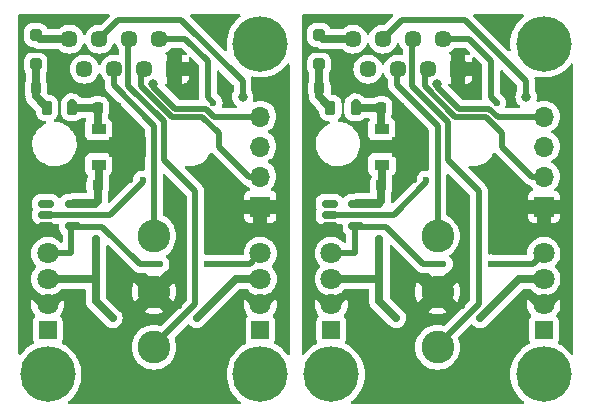
<source format=gbr>
%TF.GenerationSoftware,KiCad,Pcbnew,7.0.10*%
%TF.CreationDate,2025-01-30T23:53:47+01:00*%
%TF.ProjectId,DoublePanel_VCut,446f7562-6c65-4506-916e-656c5f564375,rev?*%
%TF.SameCoordinates,Original*%
%TF.FileFunction,Copper,L1,Top*%
%TF.FilePolarity,Positive*%
%FSLAX46Y46*%
G04 Gerber Fmt 4.6, Leading zero omitted, Abs format (unit mm)*
G04 Created by KiCad (PCBNEW 7.0.10) date 2025-01-30 23:53:47*
%MOMM*%
%LPD*%
G01*
G04 APERTURE LIST*
G04 Aperture macros list*
%AMRoundRect*
0 Rectangle with rounded corners*
0 $1 Rounding radius*
0 $2 $3 $4 $5 $6 $7 $8 $9 X,Y pos of 4 corners*
0 Add a 4 corners polygon primitive as box body*
4,1,4,$2,$3,$4,$5,$6,$7,$8,$9,$2,$3,0*
0 Add four circle primitives for the rounded corners*
1,1,$1+$1,$2,$3*
1,1,$1+$1,$4,$5*
1,1,$1+$1,$6,$7*
1,1,$1+$1,$8,$9*
0 Add four rect primitives between the rounded corners*
20,1,$1+$1,$2,$3,$4,$5,0*
20,1,$1+$1,$4,$5,$6,$7,0*
20,1,$1+$1,$6,$7,$8,$9,0*
20,1,$1+$1,$8,$9,$2,$3,0*%
%AMFreePoly0*
4,1,9,3.862500,-0.866500,0.737500,-0.866500,0.737500,-0.450000,-0.737500,-0.450000,-0.737500,0.450000,0.737500,0.450000,0.737500,0.866500,3.862500,0.866500,3.862500,-0.866500,3.862500,-0.866500,$1*%
G04 Aperture macros list end*
%TA.AperFunction,ComponentPad*%
%ADD10R,1.500000X1.500000*%
%TD*%
%TA.AperFunction,ComponentPad*%
%ADD11C,1.800000*%
%TD*%
%TA.AperFunction,SMDPad,CuDef*%
%ADD12RoundRect,0.225000X-0.225000X-0.250000X0.225000X-0.250000X0.225000X0.250000X-0.225000X0.250000X0*%
%TD*%
%TA.AperFunction,ComponentPad*%
%ADD13C,2.775000*%
%TD*%
%TA.AperFunction,SMDPad,CuDef*%
%ADD14R,1.300000X0.900000*%
%TD*%
%TA.AperFunction,SMDPad,CuDef*%
%ADD15FreePoly0,0.000000*%
%TD*%
%TA.AperFunction,ComponentPad*%
%ADD16C,4.700000*%
%TD*%
%TA.AperFunction,SMDPad,CuDef*%
%ADD17RoundRect,0.250000X0.250000X-0.250000X0.250000X0.250000X-0.250000X0.250000X-0.250000X-0.250000X0*%
%TD*%
%TA.AperFunction,SMDPad,CuDef*%
%ADD18RoundRect,0.218750X-0.218750X-0.381250X0.218750X-0.381250X0.218750X0.381250X-0.218750X0.381250X0*%
%TD*%
%TA.AperFunction,SMDPad,CuDef*%
%ADD19RoundRect,0.150000X-0.512500X-0.150000X0.512500X-0.150000X0.512500X0.150000X-0.512500X0.150000X0*%
%TD*%
%TA.AperFunction,ComponentPad*%
%ADD20R,1.446000X1.446000*%
%TD*%
%TA.AperFunction,ComponentPad*%
%ADD21C,1.446000*%
%TD*%
%TA.AperFunction,ComponentPad*%
%ADD22R,1.700000X1.700000*%
%TD*%
%TA.AperFunction,ComponentPad*%
%ADD23O,1.700000X1.700000*%
%TD*%
%TA.AperFunction,ViaPad*%
%ADD24C,0.600000*%
%TD*%
%TA.AperFunction,ViaPad*%
%ADD25C,0.800000*%
%TD*%
%TA.AperFunction,Conductor*%
%ADD26C,0.700000*%
%TD*%
%TA.AperFunction,Conductor*%
%ADD27C,0.500000*%
%TD*%
G04 APERTURE END LIST*
D10*
%TO.P,D3,1,DO*%
%TO.N,Board_0-unconnected-(D3-DO-Pad1)*%
X145500000Y-47238500D03*
D11*
%TO.P,D3,2,GND*%
%TO.N,Board_0-GND1*%
X145500000Y-45079500D03*
%TO.P,D3,3,VDD*%
%TO.N,Board_0-+5V*%
X145500000Y-42920500D03*
%TO.P,D3,4,DI*%
%TO.N,Board_0-OUT_1*%
X145500000Y-40761500D03*
%TD*%
D10*
%TO.P,D1,1,DO*%
%TO.N,Board_1-unconnected-(D1-DO-Pad1)*%
X151500000Y-47238500D03*
D11*
%TO.P,D1,2,GND*%
%TO.N,Board_1-GND1*%
X151500000Y-45079500D03*
%TO.P,D1,3,VDD*%
%TO.N,Board_1-+5V*%
X151500000Y-42920500D03*
%TO.P,D1,4,DI*%
%TO.N,Board_1-OUT_1*%
X151500000Y-40761500D03*
%TD*%
D10*
%TO.P,D3,1,DO*%
%TO.N,Board_1-unconnected-(D3-DO-Pad1)*%
X169500000Y-47238500D03*
D11*
%TO.P,D3,2,GND*%
%TO.N,Board_1-GND1*%
X169500000Y-45079500D03*
%TO.P,D3,3,VDD*%
%TO.N,Board_1-+5V*%
X169500000Y-42920500D03*
%TO.P,D3,4,DI*%
%TO.N,Board_1-OUT_1*%
X169500000Y-40761500D03*
%TD*%
D10*
%TO.P,D1,1,DO*%
%TO.N,Board_0-unconnected-(D1-DO-Pad1)*%
X127500000Y-47238500D03*
D11*
%TO.P,D1,2,GND*%
%TO.N,Board_0-GND1*%
X127500000Y-45079500D03*
%TO.P,D1,3,VDD*%
%TO.N,Board_0-+5V*%
X127500000Y-42920500D03*
%TO.P,D1,4,DI*%
%TO.N,Board_0-OUT_1*%
X127500000Y-40761500D03*
%TD*%
D12*
%TO.P,C2,1*%
%TO.N,Board_1-+5V*%
X155725000Y-35000000D03*
%TO.P,C2,2*%
%TO.N,Board_1-GND1*%
X157275000Y-35000000D03*
%TD*%
D13*
%TO.P,S1,1,NO*%
%TO.N,Board_0-IN1*%
X136500000Y-48700000D03*
%TO.P,S1,2,COM*%
%TO.N,Board_0-GND1*%
X136500000Y-44000000D03*
%TO.P,S1,3,NO*%
%TO.N,Board_0-IN2*%
X136500000Y-39300000D03*
%TD*%
D14*
%TO.P,U1,1,VIN*%
%TO.N,Board_0-Net-(U1-VIN)*%
X131800000Y-30239000D03*
D15*
%TO.P,U1,2,GND*%
%TO.N,Board_0-GND1*%
X131887500Y-31739000D03*
D14*
%TO.P,U1,3,VOUT*%
%TO.N,Board_0-+5V*%
X131800000Y-33239000D03*
%TD*%
D16*
%TO.P,H2,1*%
%TO.N,N/C*%
X127500000Y-51000000D03*
%TD*%
%TO.P,H3,1*%
%TO.N,N/C*%
X145500000Y-51000000D03*
%TD*%
D14*
%TO.P,U1,1,VIN*%
%TO.N,Board_1-Net-(U1-VIN)*%
X155800000Y-30239000D03*
D15*
%TO.P,U1,2,GND*%
%TO.N,Board_1-GND1*%
X155887500Y-31739000D03*
D14*
%TO.P,U1,3,VOUT*%
%TO.N,Board_1-+5V*%
X155800000Y-33239000D03*
%TD*%
D16*
%TO.P,H1,1*%
%TO.N,N/C*%
X169500000Y-23000000D03*
%TD*%
D17*
%TO.P,D2,1,K*%
%TO.N,Board_0-Net-(D2-K)*%
X126470000Y-24750000D03*
%TO.P,D2,2,A*%
%TO.N,Board_0-V_IN*%
X126470000Y-22250000D03*
%TD*%
D18*
%TO.P,L1,1,1*%
%TO.N,Board_1-Net-(D2-K)*%
X151437500Y-28438000D03*
%TO.P,L1,2,2*%
%TO.N,Board_1-Net-(U1-VIN)*%
X153562500Y-28438000D03*
%TD*%
D12*
%TO.P,C1,1*%
%TO.N,Board_0-Net-(U1-VIN)*%
X131725000Y-28438000D03*
%TO.P,C1,2*%
%TO.N,Board_0-GND1*%
X133275000Y-28438000D03*
%TD*%
D19*
%TO.P,U2,1,NC*%
%TO.N,Board_0-unconnected-(U2-NC-Pad1)*%
X127362500Y-36550000D03*
%TO.P,U2,2,A*%
%TO.N,Board_0-OUT1*%
X127362500Y-37500000D03*
%TO.P,U2,3,GND*%
%TO.N,Board_0-GND1*%
X127362500Y-38450000D03*
%TO.P,U2,4,Y*%
%TO.N,Board_0-OUT_1*%
X129637500Y-38450000D03*
%TO.P,U2,5,VCC*%
%TO.N,Board_0-+5V*%
X129637500Y-36550000D03*
%TD*%
D16*
%TO.P,H2,1*%
%TO.N,N/C*%
X151500000Y-51000000D03*
%TD*%
D12*
%TO.P,C3,1*%
%TO.N,Board_0-Net-(D2-K)*%
X126498000Y-26787000D03*
%TO.P,C3,2*%
%TO.N,Board_0-GND1*%
X128048000Y-26787000D03*
%TD*%
D16*
%TO.P,H3,1*%
%TO.N,N/C*%
X169500000Y-51000000D03*
%TD*%
D12*
%TO.P,C2,1*%
%TO.N,Board_0-+5V*%
X131725000Y-35000000D03*
%TO.P,C2,2*%
%TO.N,Board_0-GND1*%
X133275000Y-35000000D03*
%TD*%
D18*
%TO.P,L1,1,1*%
%TO.N,Board_0-Net-(D2-K)*%
X127437500Y-28438000D03*
%TO.P,L1,2,2*%
%TO.N,Board_0-Net-(U1-VIN)*%
X129562500Y-28438000D03*
%TD*%
D13*
%TO.P,S1,1,NO*%
%TO.N,Board_1-IN1*%
X160500000Y-48700000D03*
%TO.P,S1,2,COM*%
%TO.N,Board_1-GND1*%
X160500000Y-44000000D03*
%TO.P,S1,3,NO*%
%TO.N,Board_1-IN2*%
X160500000Y-39300000D03*
%TD*%
D16*
%TO.P,H1,1*%
%TO.N,N/C*%
X145500000Y-23000000D03*
%TD*%
D12*
%TO.P,C1,1*%
%TO.N,Board_1-Net-(U1-VIN)*%
X155725000Y-28438000D03*
%TO.P,C1,2*%
%TO.N,Board_1-GND1*%
X157275000Y-28438000D03*
%TD*%
D17*
%TO.P,D2,1,K*%
%TO.N,Board_1-Net-(D2-K)*%
X150470000Y-24750000D03*
%TO.P,D2,2,A*%
%TO.N,Board_1-V_IN*%
X150470000Y-22250000D03*
%TD*%
D12*
%TO.P,C3,1*%
%TO.N,Board_1-Net-(D2-K)*%
X150498000Y-26787000D03*
%TO.P,C3,2*%
%TO.N,Board_1-GND1*%
X152048000Y-26787000D03*
%TD*%
D19*
%TO.P,U2,1,NC*%
%TO.N,Board_1-unconnected-(U2-NC-Pad1)*%
X151362500Y-36550000D03*
%TO.P,U2,2,A*%
%TO.N,Board_1-OUT1*%
X151362500Y-37500000D03*
%TO.P,U2,3,GND*%
%TO.N,Board_1-GND1*%
X151362500Y-38450000D03*
%TO.P,U2,4,Y*%
%TO.N,Board_1-OUT_1*%
X153637500Y-38450000D03*
%TO.P,U2,5,VCC*%
%TO.N,Board_1-+5V*%
X153637500Y-36550000D03*
%TD*%
D20*
%TO.P,J1,1*%
%TO.N,Board_1-GND1*%
X162230000Y-25150000D03*
D21*
%TO.P,J1,2*%
%TO.N,Board_1-OUT1*%
X160960000Y-22610000D03*
%TO.P,J1,3*%
%TO.N,Board_1-OUT2*%
X159690000Y-25150000D03*
%TO.P,J1,4*%
%TO.N,Board_1-IN1*%
X158420000Y-22610000D03*
%TO.P,J1,5*%
%TO.N,Board_1-IN2*%
X157150000Y-25150000D03*
%TO.P,J1,6*%
%TO.N,Board_1-IN3*%
X155880000Y-22610000D03*
%TO.P,J1,7*%
%TO.N,Board_1-IN4*%
X154610000Y-25150000D03*
%TO.P,J1,8*%
%TO.N,Board_1-V_IN*%
X153340000Y-22610000D03*
%TD*%
D22*
%TO.P,J2,1,Pin_1*%
%TO.N,Board_1-GND1*%
X169500000Y-36800000D03*
D23*
%TO.P,J2,2,Pin_2*%
%TO.N,Board_1-OUT2*%
X169500000Y-34260000D03*
%TO.P,J2,3,Pin_3*%
%TO.N,Board_1-IN3*%
X169500000Y-31720000D03*
%TO.P,J2,4,Pin_4*%
%TO.N,Board_1-IN4*%
X169500000Y-29180000D03*
%TD*%
D20*
%TO.P,J1,1*%
%TO.N,Board_0-GND1*%
X138230000Y-25150000D03*
D21*
%TO.P,J1,2*%
%TO.N,Board_0-OUT1*%
X136960000Y-22610000D03*
%TO.P,J1,3*%
%TO.N,Board_0-OUT2*%
X135690000Y-25150000D03*
%TO.P,J1,4*%
%TO.N,Board_0-IN1*%
X134420000Y-22610000D03*
%TO.P,J1,5*%
%TO.N,Board_0-IN2*%
X133150000Y-25150000D03*
%TO.P,J1,6*%
%TO.N,Board_0-IN3*%
X131880000Y-22610000D03*
%TO.P,J1,7*%
%TO.N,Board_0-IN4*%
X130610000Y-25150000D03*
%TO.P,J1,8*%
%TO.N,Board_0-V_IN*%
X129340000Y-22610000D03*
%TD*%
D22*
%TO.P,J2,1,Pin_1*%
%TO.N,Board_0-GND1*%
X145500000Y-36800000D03*
D23*
%TO.P,J2,2,Pin_2*%
%TO.N,Board_0-OUT2*%
X145500000Y-34260000D03*
%TO.P,J2,3,Pin_3*%
%TO.N,Board_0-IN3*%
X145500000Y-31720000D03*
%TO.P,J2,4,Pin_4*%
%TO.N,Board_0-IN4*%
X145500000Y-29180000D03*
%TD*%
D24*
%TO.N,Board_0-+5V*%
X140100000Y-46218000D03*
X132988000Y-46218000D03*
X131585600Y-36500000D03*
X131585600Y-39500000D03*
%TO.N,Board_0-GND1*%
X125500000Y-39000000D03*
X147500000Y-47000000D03*
X134500000Y-30500000D03*
X142500000Y-50000000D03*
X133500000Y-50000000D03*
X125500000Y-41000000D03*
X139800000Y-25135000D03*
X125500000Y-44000000D03*
X142500000Y-26500000D03*
X142500000Y-47000000D03*
X138576000Y-45202000D03*
X138750000Y-36000000D03*
X142500000Y-35500000D03*
X134500000Y-34500000D03*
X147500000Y-30000000D03*
X135500000Y-33500000D03*
X128035000Y-25898000D03*
X138200000Y-26800000D03*
X143500000Y-36750000D03*
X147500000Y-36750000D03*
X134512000Y-42662000D03*
X130500000Y-50000000D03*
X134500000Y-33500000D03*
X128924000Y-26787000D03*
X147500000Y-44000000D03*
X139800000Y-26800000D03*
X142500000Y-21000000D03*
X139500000Y-50000000D03*
X127750000Y-21000000D03*
X147500000Y-26000000D03*
X134512000Y-45202000D03*
X147500000Y-41000000D03*
X133500000Y-30500000D03*
X137750000Y-36000000D03*
X138576000Y-42662000D03*
X125500000Y-33750000D03*
X125500000Y-30000000D03*
X125500000Y-37500000D03*
X133500000Y-33500000D03*
X125500000Y-47000000D03*
X147500000Y-33500000D03*
X133500000Y-29500000D03*
D25*
%TO.N,Board_0-IN3*%
X144000000Y-27500000D03*
%TO.N,Board_0-IN4*%
X136450000Y-26398959D03*
D24*
%TO.N,Board_0-OUT1*%
X135528000Y-34534000D03*
X141500000Y-28000000D03*
%TO.N,Board_0-OUT_1*%
X141000000Y-41646000D03*
X137000000Y-41646000D03*
%TO.N,Board_1-+5V*%
X164100000Y-46218000D03*
X155585600Y-36500000D03*
X156988000Y-46218000D03*
X155585600Y-39500000D03*
%TO.N,Board_1-GND1*%
X162200000Y-26800000D03*
X163800000Y-26800000D03*
X171500000Y-26000000D03*
X166500000Y-50000000D03*
X171500000Y-44000000D03*
X159500000Y-33500000D03*
X149500000Y-33750000D03*
X171500000Y-33500000D03*
X166500000Y-26500000D03*
X157500000Y-33500000D03*
X166500000Y-47000000D03*
X171500000Y-36750000D03*
X149500000Y-47000000D03*
X171500000Y-30000000D03*
X163800000Y-25135000D03*
X149500000Y-39000000D03*
X157500000Y-29500000D03*
X166500000Y-35500000D03*
X157500000Y-50000000D03*
X152924000Y-26787000D03*
X171500000Y-47000000D03*
X167500000Y-36750000D03*
X166500000Y-21000000D03*
X149500000Y-41000000D03*
X162576000Y-42662000D03*
X149500000Y-30000000D03*
X162750000Y-36000000D03*
X151750000Y-21000000D03*
X157500000Y-30500000D03*
X163500000Y-50000000D03*
X149500000Y-37500000D03*
X158512000Y-45202000D03*
X171500000Y-41000000D03*
X149500000Y-44000000D03*
X152035000Y-25898000D03*
X162576000Y-45202000D03*
X158500000Y-33500000D03*
X154500000Y-50000000D03*
X158512000Y-42662000D03*
X158500000Y-30500000D03*
X158500000Y-34500000D03*
X161750000Y-36000000D03*
D25*
%TO.N,Board_1-IN3*%
X168000000Y-27500000D03*
%TO.N,Board_1-IN4*%
X160450000Y-26398959D03*
D24*
%TO.N,Board_1-OUT1*%
X159528000Y-34534000D03*
X165500000Y-28000000D03*
%TO.N,Board_1-OUT_1*%
X161000000Y-41646000D03*
X165000000Y-41646000D03*
%TD*%
D26*
%TO.N,Board_0-+5V*%
X131506100Y-42920500D02*
X127500000Y-42920500D01*
X131800000Y-33239000D02*
X131800000Y-34925000D01*
X140100000Y-46218000D02*
X143397500Y-42920500D01*
X131535600Y-36550000D02*
X129637500Y-36550000D01*
X145055500Y-42920500D02*
X145500000Y-43365000D01*
X131585600Y-39500000D02*
X131585600Y-44815600D01*
X131800000Y-34925000D02*
X131725000Y-35000000D01*
X143397500Y-42920500D02*
X145055500Y-42920500D01*
X131725000Y-35000000D02*
X131725000Y-36360600D01*
X131725000Y-36360600D02*
X131535600Y-36550000D01*
X131585600Y-36500000D02*
X129687500Y-36500000D01*
X131585600Y-43000000D02*
X131506100Y-42920500D01*
X131585600Y-44815600D02*
X132988000Y-46218000D01*
X129687500Y-36500000D02*
X129637500Y-36550000D01*
%TO.N,Board_0-GND1*%
X132582000Y-31739000D02*
X133275000Y-31046000D01*
X133275000Y-31046000D02*
X133275000Y-28437000D01*
X131887500Y-31739000D02*
X132582000Y-31739000D01*
D27*
%TO.N,Board_0-IN1*%
X137375000Y-32875000D02*
X140000000Y-35500000D01*
X136848000Y-48200000D02*
X136500000Y-48200000D01*
X137375000Y-29625000D02*
X137375000Y-32875000D01*
X140000000Y-45048000D02*
X136848000Y-48200000D01*
X134323000Y-26561800D02*
X137250000Y-29488800D01*
X137250000Y-29488800D02*
X137250000Y-29500000D01*
X140000000Y-35500000D02*
X140000000Y-45048000D01*
X137250000Y-29500000D02*
X137375000Y-29625000D01*
X134323000Y-22798000D02*
X134323000Y-26561800D01*
X134135000Y-22610000D02*
X134323000Y-22798000D01*
%TO.N,Board_0-IN2*%
X133074000Y-25359000D02*
X133074000Y-26505950D01*
X136500000Y-29931950D02*
X136500000Y-38800000D01*
X133074000Y-26505950D02*
X136500000Y-29931950D01*
X132865000Y-25150000D02*
X133074000Y-25359000D01*
%TO.N,Board_0-IN3*%
X144000000Y-27500000D02*
X144000000Y-26200000D01*
X138800000Y-21000000D02*
X133490000Y-21000000D01*
X144000000Y-26200000D02*
X138800000Y-21000000D01*
X133490000Y-21000000D02*
X131880000Y-22610000D01*
%TO.N,Board_0-IN4*%
X140889949Y-28500000D02*
X141589949Y-29200000D01*
X145480000Y-29200000D02*
X145500000Y-29180000D01*
X138300000Y-28500000D02*
X140889949Y-28500000D01*
X136450000Y-26650000D02*
X138300000Y-28500000D01*
X136450000Y-26398959D02*
X136450000Y-26650000D01*
X141589949Y-29200000D02*
X145480000Y-29200000D01*
D26*
%TO.N,Board_0-Net-(D2-K)*%
X126470000Y-27470500D02*
X127437500Y-28438000D01*
X126470000Y-25150000D02*
X126470000Y-27470500D01*
%TO.N,Board_0-Net-(U1-VIN)*%
X129563500Y-28437000D02*
X131725000Y-28437000D01*
X129563500Y-28057000D02*
X129563500Y-28437000D01*
X131725000Y-28437000D02*
X131750000Y-28462000D01*
X131750000Y-28462000D02*
X131750000Y-30189000D01*
X131750000Y-30189000D02*
X131800000Y-30239000D01*
D27*
%TO.N,Board_0-OUT1*%
X141051167Y-24507367D02*
X139153800Y-22610000D01*
X135528000Y-34534000D02*
X135528000Y-34746000D01*
X132774000Y-37500000D02*
X127362500Y-37500000D01*
X135528000Y-34746000D02*
X132774000Y-37500000D01*
X139153800Y-22610000D02*
X136960000Y-22610000D01*
X141500000Y-28000000D02*
X141051167Y-27551167D01*
X141051167Y-27551167D02*
X141051167Y-24507367D01*
%TO.N,Board_0-OUT2*%
X138000000Y-29200000D02*
X135400000Y-26600000D01*
X135400000Y-26600000D02*
X135400000Y-25440000D01*
X144500000Y-34260000D02*
X142000000Y-31760000D01*
X142000000Y-31760000D02*
X142000000Y-30600000D01*
X142000000Y-30600000D02*
X140600000Y-29200000D01*
X140600000Y-29200000D02*
X138000000Y-29200000D01*
X135400000Y-25440000D02*
X135690000Y-25150000D01*
X145500000Y-34260000D02*
X144500000Y-34260000D01*
%TO.N,Board_0-OUT_1*%
X135274000Y-41646000D02*
X132128000Y-38500000D01*
X129687500Y-38500000D02*
X129637500Y-38450000D01*
X144615500Y-41646000D02*
X145500000Y-40761500D01*
X141000000Y-41646000D02*
X144615500Y-41646000D01*
X129637500Y-38450000D02*
X129500000Y-38587500D01*
X132128000Y-38500000D02*
X129687500Y-38500000D01*
X129500000Y-40761500D02*
X127500000Y-40761500D01*
X129500000Y-38587500D02*
X129500000Y-40761500D01*
X137000000Y-41646000D02*
X135274000Y-41646000D01*
D26*
%TO.N,Board_0-V_IN*%
X126830000Y-22610000D02*
X129055000Y-22610000D01*
X126470000Y-22250000D02*
X126830000Y-22610000D01*
%TO.N,Board_1-+5V*%
X167397500Y-42920500D02*
X169055500Y-42920500D01*
X155585600Y-39500000D02*
X155585600Y-44815600D01*
X155725000Y-36360600D02*
X155535600Y-36550000D01*
X155800000Y-34925000D02*
X155725000Y-35000000D01*
X164100000Y-46218000D02*
X167397500Y-42920500D01*
X155725000Y-35000000D02*
X155725000Y-36360600D01*
X153687500Y-36500000D02*
X153637500Y-36550000D01*
X155585600Y-44815600D02*
X156988000Y-46218000D01*
X155800000Y-33239000D02*
X155800000Y-34925000D01*
X155585600Y-36500000D02*
X153687500Y-36500000D01*
X155585600Y-43000000D02*
X155506100Y-42920500D01*
X155506100Y-42920500D02*
X151500000Y-42920500D01*
X169055500Y-42920500D02*
X169500000Y-43365000D01*
X155535600Y-36550000D02*
X153637500Y-36550000D01*
%TO.N,Board_1-GND1*%
X155887500Y-31739000D02*
X156582000Y-31739000D01*
X156582000Y-31739000D02*
X157275000Y-31046000D01*
X157275000Y-31046000D02*
X157275000Y-28437000D01*
D27*
%TO.N,Board_1-IN1*%
X160848000Y-48200000D02*
X160500000Y-48200000D01*
X161375000Y-29625000D02*
X161375000Y-32875000D01*
X161375000Y-32875000D02*
X164000000Y-35500000D01*
X158323000Y-22798000D02*
X158323000Y-26561800D01*
X158323000Y-26561800D02*
X161250000Y-29488800D01*
X161250000Y-29488800D02*
X161250000Y-29500000D01*
X161250000Y-29500000D02*
X161375000Y-29625000D01*
X164000000Y-45048000D02*
X160848000Y-48200000D01*
X158135000Y-22610000D02*
X158323000Y-22798000D01*
X164000000Y-35500000D02*
X164000000Y-45048000D01*
%TO.N,Board_1-IN2*%
X160500000Y-29931950D02*
X160500000Y-38800000D01*
X157074000Y-25359000D02*
X157074000Y-26505950D01*
X157074000Y-26505950D02*
X160500000Y-29931950D01*
X156865000Y-25150000D02*
X157074000Y-25359000D01*
%TO.N,Board_1-IN3*%
X168000000Y-26200000D02*
X162800000Y-21000000D01*
X157490000Y-21000000D02*
X155880000Y-22610000D01*
X162800000Y-21000000D02*
X157490000Y-21000000D01*
X168000000Y-27500000D02*
X168000000Y-26200000D01*
%TO.N,Board_1-IN4*%
X169480000Y-29200000D02*
X169500000Y-29180000D01*
X160450000Y-26398959D02*
X160450000Y-26650000D01*
X164889949Y-28500000D02*
X165589949Y-29200000D01*
X165589949Y-29200000D02*
X169480000Y-29200000D01*
X162300000Y-28500000D02*
X164889949Y-28500000D01*
X160450000Y-26650000D02*
X162300000Y-28500000D01*
D26*
%TO.N,Board_1-Net-(D2-K)*%
X150470000Y-27470500D02*
X151437500Y-28438000D01*
X150470000Y-25150000D02*
X150470000Y-27470500D01*
%TO.N,Board_1-Net-(U1-VIN)*%
X153563500Y-28057000D02*
X153563500Y-28437000D01*
X155725000Y-28437000D02*
X155750000Y-28462000D01*
X155750000Y-28462000D02*
X155750000Y-30189000D01*
X153563500Y-28437000D02*
X155725000Y-28437000D01*
X155750000Y-30189000D02*
X155800000Y-30239000D01*
D27*
%TO.N,Board_1-OUT1*%
X159528000Y-34534000D02*
X159528000Y-34746000D01*
X165051167Y-24507367D02*
X163153800Y-22610000D01*
X165051167Y-27551167D02*
X165051167Y-24507367D01*
X165500000Y-28000000D02*
X165051167Y-27551167D01*
X159528000Y-34746000D02*
X156774000Y-37500000D01*
X156774000Y-37500000D02*
X151362500Y-37500000D01*
X163153800Y-22610000D02*
X160960000Y-22610000D01*
%TO.N,Board_1-OUT2*%
X159400000Y-26600000D02*
X159400000Y-25440000D01*
X166000000Y-31760000D02*
X166000000Y-30600000D01*
X164600000Y-29200000D02*
X162000000Y-29200000D01*
X166000000Y-30600000D02*
X164600000Y-29200000D01*
X169500000Y-34260000D02*
X168500000Y-34260000D01*
X168500000Y-34260000D02*
X166000000Y-31760000D01*
X159400000Y-25440000D02*
X159690000Y-25150000D01*
X162000000Y-29200000D02*
X159400000Y-26600000D01*
%TO.N,Board_1-OUT_1*%
X153500000Y-38587500D02*
X153500000Y-40761500D01*
X156128000Y-38500000D02*
X153687500Y-38500000D01*
X153687500Y-38500000D02*
X153637500Y-38450000D01*
X161000000Y-41646000D02*
X159274000Y-41646000D01*
X165000000Y-41646000D02*
X168615500Y-41646000D01*
X159274000Y-41646000D02*
X156128000Y-38500000D01*
X153637500Y-38450000D02*
X153500000Y-38587500D01*
X168615500Y-41646000D02*
X169500000Y-40761500D01*
X153500000Y-40761500D02*
X151500000Y-40761500D01*
D26*
%TO.N,Board_1-V_IN*%
X150470000Y-22250000D02*
X150830000Y-22610000D01*
X150830000Y-22610000D02*
X153055000Y-22610000D01*
%TD*%
%TA.AperFunction,Conductor*%
%TO.N,Board_1-GND1*%
G36*
X156695810Y-20520185D02*
G01*
X156741565Y-20572989D01*
X156751509Y-20642147D01*
X156722484Y-20705703D01*
X156716452Y-20712181D01*
X156074272Y-21354358D01*
X156012949Y-21387843D01*
X155975785Y-21390205D01*
X155880003Y-21381826D01*
X155879999Y-21381826D01*
X155666734Y-21400484D01*
X155666724Y-21400486D01*
X155459947Y-21455891D01*
X155459938Y-21455895D01*
X155265912Y-21546370D01*
X155265908Y-21546372D01*
X155090549Y-21669160D01*
X155090543Y-21669165D01*
X154939165Y-21820543D01*
X154939160Y-21820549D01*
X154816372Y-21995908D01*
X154816370Y-21995912D01*
X154723606Y-22194847D01*
X154722143Y-22194165D01*
X154685087Y-22244485D01*
X154619816Y-22269415D01*
X154551429Y-22255099D01*
X154501637Y-22206083D01*
X154496486Y-22194803D01*
X154496394Y-22194847D01*
X154416456Y-22023419D01*
X154403630Y-21995913D01*
X154403628Y-21995910D01*
X154403627Y-21995908D01*
X154280839Y-21820549D01*
X154280834Y-21820543D01*
X154129456Y-21669165D01*
X154129450Y-21669160D01*
X153954091Y-21546372D01*
X153954087Y-21546370D01*
X153760060Y-21455894D01*
X153760056Y-21455893D01*
X153760052Y-21455891D01*
X153553275Y-21400486D01*
X153553265Y-21400484D01*
X153340001Y-21381826D01*
X153339999Y-21381826D01*
X153126734Y-21400484D01*
X153126724Y-21400486D01*
X152919947Y-21455891D01*
X152919938Y-21455895D01*
X152725912Y-21546370D01*
X152725908Y-21546372D01*
X152550549Y-21669160D01*
X152550543Y-21669165D01*
X152496528Y-21723181D01*
X152435205Y-21756666D01*
X152408847Y-21759500D01*
X151520478Y-21759500D01*
X151453439Y-21739815D01*
X151407684Y-21687011D01*
X151407213Y-21685813D01*
X151404815Y-21680670D01*
X151404814Y-21680666D01*
X151312712Y-21531344D01*
X151188656Y-21407288D01*
X151039334Y-21315186D01*
X150872797Y-21260001D01*
X150872795Y-21260000D01*
X150770010Y-21249500D01*
X150169998Y-21249500D01*
X150169980Y-21249501D01*
X150067203Y-21260000D01*
X150067200Y-21260001D01*
X149900668Y-21315185D01*
X149900663Y-21315187D01*
X149751342Y-21407289D01*
X149627289Y-21531342D01*
X149535187Y-21680663D01*
X149535186Y-21680666D01*
X149480001Y-21847203D01*
X149480001Y-21847204D01*
X149480000Y-21847204D01*
X149469500Y-21949983D01*
X149469500Y-22550001D01*
X149469501Y-22550019D01*
X149480000Y-22652796D01*
X149480001Y-22652799D01*
X149535185Y-22819331D01*
X149535186Y-22819334D01*
X149627288Y-22968656D01*
X149751344Y-23092712D01*
X149900666Y-23184814D01*
X150067203Y-23239999D01*
X150169991Y-23250500D01*
X150225400Y-23250499D01*
X150292439Y-23270182D01*
X150300440Y-23275781D01*
X150304805Y-23279099D01*
X150307412Y-23281137D01*
X150358484Y-23322191D01*
X150369247Y-23330843D01*
X150370211Y-23331459D01*
X150387969Y-23342473D01*
X150388931Y-23343051D01*
X150388933Y-23343052D01*
X150388936Y-23343054D01*
X150460913Y-23376354D01*
X150463912Y-23377791D01*
X150534983Y-23413039D01*
X150536019Y-23413419D01*
X150555853Y-23420402D01*
X150556830Y-23420730D01*
X150556833Y-23420732D01*
X150556835Y-23420732D01*
X150556837Y-23420733D01*
X150634253Y-23437773D01*
X150637514Y-23438536D01*
X150714506Y-23457684D01*
X150714508Y-23457684D01*
X150714512Y-23457685D01*
X150715604Y-23457833D01*
X150736375Y-23460377D01*
X150737502Y-23460499D01*
X150737503Y-23460500D01*
X150816773Y-23460500D01*
X150820130Y-23460545D01*
X150899432Y-23462693D01*
X150899432Y-23462692D01*
X150899435Y-23462693D01*
X150900479Y-23462608D01*
X150922648Y-23460500D01*
X152408847Y-23460500D01*
X152475886Y-23480185D01*
X152496528Y-23496819D01*
X152550543Y-23550834D01*
X152550549Y-23550839D01*
X152725908Y-23673627D01*
X152725910Y-23673628D01*
X152725913Y-23673630D01*
X152919940Y-23764106D01*
X153126730Y-23819515D01*
X153297346Y-23834442D01*
X153339999Y-23838174D01*
X153340000Y-23838174D01*
X153340001Y-23838174D01*
X153376884Y-23834947D01*
X153553270Y-23819515D01*
X153760060Y-23764106D01*
X153954087Y-23673630D01*
X154129455Y-23550836D01*
X154280836Y-23399455D01*
X154403630Y-23224087D01*
X154494106Y-23030060D01*
X154494106Y-23030059D01*
X154496394Y-23025153D01*
X154497858Y-23025835D01*
X154534904Y-22975521D01*
X154600172Y-22950585D01*
X154668561Y-22964894D01*
X154718357Y-23013906D01*
X154723513Y-23025196D01*
X154723606Y-23025153D01*
X154816370Y-23224087D01*
X154816372Y-23224091D01*
X154939160Y-23399450D01*
X154939165Y-23399456D01*
X155090543Y-23550834D01*
X155090549Y-23550839D01*
X155265908Y-23673627D01*
X155265910Y-23673628D01*
X155265913Y-23673630D01*
X155459940Y-23764106D01*
X155666730Y-23819515D01*
X155837346Y-23834442D01*
X155879999Y-23838174D01*
X155880000Y-23838174D01*
X155880001Y-23838174D01*
X155916884Y-23834947D01*
X156093270Y-23819515D01*
X156300060Y-23764106D01*
X156494087Y-23673630D01*
X156669455Y-23550836D01*
X156820836Y-23399455D01*
X156943630Y-23224087D01*
X157034106Y-23030060D01*
X157034106Y-23030059D01*
X157036394Y-23025153D01*
X157037858Y-23025835D01*
X157074904Y-22975521D01*
X157140172Y-22950585D01*
X157208561Y-22964894D01*
X157258357Y-23013906D01*
X157263513Y-23025196D01*
X157263606Y-23025153D01*
X157356370Y-23224087D01*
X157356372Y-23224091D01*
X157479160Y-23399450D01*
X157479165Y-23399456D01*
X157536181Y-23456472D01*
X157569666Y-23517795D01*
X157572500Y-23544153D01*
X157572500Y-23834947D01*
X157552815Y-23901986D01*
X157500011Y-23947741D01*
X157430853Y-23957685D01*
X157416409Y-23954722D01*
X157363281Y-23940487D01*
X157363265Y-23940484D01*
X157150001Y-23921826D01*
X157149999Y-23921826D01*
X156936734Y-23940484D01*
X156936724Y-23940486D01*
X156729947Y-23995891D01*
X156729938Y-23995895D01*
X156535912Y-24086370D01*
X156535908Y-24086372D01*
X156360549Y-24209160D01*
X156360543Y-24209165D01*
X156209165Y-24360543D01*
X156209160Y-24360549D01*
X156086372Y-24535908D01*
X156086370Y-24535912D01*
X156086370Y-24535913D01*
X156000545Y-24719967D01*
X155993606Y-24734847D01*
X155992143Y-24734165D01*
X155955087Y-24784485D01*
X155889816Y-24809415D01*
X155821429Y-24795099D01*
X155771637Y-24746083D01*
X155766486Y-24734803D01*
X155766394Y-24734847D01*
X155764105Y-24729938D01*
X155673630Y-24535913D01*
X155673628Y-24535910D01*
X155673627Y-24535908D01*
X155550839Y-24360549D01*
X155550834Y-24360543D01*
X155399456Y-24209165D01*
X155399450Y-24209160D01*
X155224091Y-24086372D01*
X155224087Y-24086370D01*
X155144860Y-24049426D01*
X155030060Y-23995894D01*
X155030056Y-23995893D01*
X155030052Y-23995891D01*
X154823275Y-23940486D01*
X154823265Y-23940484D01*
X154610001Y-23921826D01*
X154609999Y-23921826D01*
X154396734Y-23940484D01*
X154396724Y-23940486D01*
X154189947Y-23995891D01*
X154189938Y-23995895D01*
X153995912Y-24086370D01*
X153995908Y-24086372D01*
X153820549Y-24209160D01*
X153820543Y-24209165D01*
X153669165Y-24360543D01*
X153669160Y-24360549D01*
X153546372Y-24535908D01*
X153546370Y-24535912D01*
X153546370Y-24535913D01*
X153460545Y-24719967D01*
X153455895Y-24729938D01*
X153455891Y-24729947D01*
X153400486Y-24936724D01*
X153400484Y-24936734D01*
X153381826Y-25149999D01*
X153381826Y-25150000D01*
X153400484Y-25363265D01*
X153400486Y-25363275D01*
X153455891Y-25570052D01*
X153455893Y-25570056D01*
X153455894Y-25570060D01*
X153528643Y-25726071D01*
X153546370Y-25764087D01*
X153546372Y-25764091D01*
X153669160Y-25939450D01*
X153669165Y-25939456D01*
X153820543Y-26090834D01*
X153820549Y-26090839D01*
X153995908Y-26213627D01*
X153995910Y-26213628D01*
X153995913Y-26213630D01*
X154189940Y-26304106D01*
X154396730Y-26359515D01*
X154550862Y-26373000D01*
X154609999Y-26378174D01*
X154610000Y-26378174D01*
X154610001Y-26378174D01*
X154665526Y-26373316D01*
X154823270Y-26359515D01*
X155030060Y-26304106D01*
X155224087Y-26213630D01*
X155399455Y-26090836D01*
X155550836Y-25939455D01*
X155673630Y-25764087D01*
X155764106Y-25570060D01*
X155764106Y-25570059D01*
X155766394Y-25565153D01*
X155767858Y-25565835D01*
X155804904Y-25515521D01*
X155870172Y-25490585D01*
X155938561Y-25504894D01*
X155988357Y-25553906D01*
X155993513Y-25565196D01*
X155993606Y-25565153D01*
X155995893Y-25570059D01*
X155995894Y-25570060D01*
X156063156Y-25714304D01*
X156086370Y-25764087D01*
X156086372Y-25764091D01*
X156209160Y-25939450D01*
X156209165Y-25939456D01*
X156287181Y-26017472D01*
X156320666Y-26078795D01*
X156323500Y-26105153D01*
X156323500Y-26442244D01*
X156322191Y-26460213D01*
X156318710Y-26483975D01*
X156323028Y-26533318D01*
X156323500Y-26544126D01*
X156323500Y-26549661D01*
X156327098Y-26580445D01*
X156327464Y-26584033D01*
X156334000Y-26658741D01*
X156335461Y-26665817D01*
X156335403Y-26665828D01*
X156337034Y-26673187D01*
X156337092Y-26673174D01*
X156338757Y-26680199D01*
X156364400Y-26750655D01*
X156365582Y-26754057D01*
X156389182Y-26825276D01*
X156392236Y-26831824D01*
X156392182Y-26831848D01*
X156395470Y-26838638D01*
X156395521Y-26838613D01*
X156398761Y-26845064D01*
X156439979Y-26907734D01*
X156441889Y-26910732D01*
X156472972Y-26961124D01*
X156481289Y-26974608D01*
X156485766Y-26980269D01*
X156485719Y-26980306D01*
X156490482Y-26986152D01*
X156490528Y-26986114D01*
X156495173Y-26991649D01*
X156549708Y-27043100D01*
X156552296Y-27045614D01*
X159713181Y-30206498D01*
X159746666Y-30267821D01*
X159749500Y-30294179D01*
X159749500Y-33614635D01*
X159729815Y-33681674D01*
X159677011Y-33727429D01*
X159611618Y-33737855D01*
X159528005Y-33728435D01*
X159527996Y-33728435D01*
X159348750Y-33748630D01*
X159348745Y-33748631D01*
X159178476Y-33808211D01*
X159025737Y-33904184D01*
X158898184Y-34031737D01*
X158802210Y-34184478D01*
X158742630Y-34354750D01*
X158732854Y-34441518D01*
X158705787Y-34505932D01*
X158697315Y-34515315D01*
X156788184Y-36424446D01*
X156726861Y-36457931D01*
X156657169Y-36452947D01*
X156601236Y-36411075D01*
X156576819Y-36345611D01*
X156576549Y-36333405D01*
X156577693Y-36291171D01*
X156577608Y-36290120D01*
X156575500Y-36267952D01*
X156575500Y-35653043D01*
X156593962Y-35587945D01*
X156595244Y-35585867D01*
X156612003Y-35558697D01*
X156665349Y-35397708D01*
X156675500Y-35298345D01*
X156675499Y-34701656D01*
X156665349Y-34602292D01*
X156656794Y-34576474D01*
X156650500Y-34537470D01*
X156650500Y-34226180D01*
X156670185Y-34159141D01*
X156700187Y-34126914D01*
X156807546Y-34046546D01*
X156893796Y-33931331D01*
X156944091Y-33796483D01*
X156950500Y-33736873D01*
X156950499Y-32741128D01*
X156944091Y-32681517D01*
X156911524Y-32594201D01*
X156893797Y-32546671D01*
X156893793Y-32546664D01*
X156807547Y-32431455D01*
X156807544Y-32431452D01*
X156692335Y-32345206D01*
X156692328Y-32345202D01*
X156557482Y-32294908D01*
X156557483Y-32294908D01*
X156497883Y-32288501D01*
X156497881Y-32288500D01*
X156497873Y-32288500D01*
X156497864Y-32288500D01*
X155102129Y-32288500D01*
X155102123Y-32288501D01*
X155042516Y-32294908D01*
X154907671Y-32345202D01*
X154907664Y-32345206D01*
X154792455Y-32431452D01*
X154792452Y-32431455D01*
X154706206Y-32546664D01*
X154706202Y-32546671D01*
X154655908Y-32681517D01*
X154649501Y-32741116D01*
X154649501Y-32741123D01*
X154649500Y-32741135D01*
X154649500Y-33736870D01*
X154649501Y-33736876D01*
X154655908Y-33796483D01*
X154706202Y-33931328D01*
X154706206Y-33931335D01*
X154792452Y-34046544D01*
X154792455Y-34046547D01*
X154899466Y-34126656D01*
X154941337Y-34182589D01*
X154946321Y-34252281D01*
X154930693Y-34291019D01*
X154838001Y-34441294D01*
X154837996Y-34441305D01*
X154784651Y-34602290D01*
X154774500Y-34701647D01*
X154774500Y-35298337D01*
X154774501Y-35298355D01*
X154784650Y-35397707D01*
X154784651Y-35397710D01*
X154814072Y-35486496D01*
X154816474Y-35556325D01*
X154780742Y-35616366D01*
X154718221Y-35647559D01*
X154696366Y-35649500D01*
X153727106Y-35649500D01*
X153717043Y-35649091D01*
X153712819Y-35648747D01*
X153664334Y-35644798D01*
X153664326Y-35644799D01*
X153585765Y-35655502D01*
X153582436Y-35655910D01*
X153521552Y-35662532D01*
X153503590Y-35664486D01*
X153503586Y-35664487D01*
X153502631Y-35664697D01*
X153481971Y-35669538D01*
X153481038Y-35669770D01*
X153406604Y-35697115D01*
X153403443Y-35698228D01*
X153328273Y-35723558D01*
X153327296Y-35724010D01*
X153308209Y-35733156D01*
X153301365Y-35736552D01*
X153300031Y-35733864D01*
X153246213Y-35749500D01*
X153059298Y-35749500D01*
X153022432Y-35752401D01*
X153022426Y-35752402D01*
X152864606Y-35798254D01*
X152864603Y-35798255D01*
X152723137Y-35881917D01*
X152723129Y-35881923D01*
X152606923Y-35998129D01*
X152606914Y-35998140D01*
X152606729Y-35998455D01*
X152606519Y-35998650D01*
X152602139Y-36004298D01*
X152601227Y-36003591D01*
X152555657Y-36046136D01*
X152486915Y-36058637D01*
X152422327Y-36031988D01*
X152398143Y-36004078D01*
X152397861Y-36004298D01*
X152393823Y-35999092D01*
X152393271Y-35998455D01*
X152393085Y-35998140D01*
X152393076Y-35998129D01*
X152276870Y-35881923D01*
X152276862Y-35881917D01*
X152135396Y-35798255D01*
X152135393Y-35798254D01*
X151977573Y-35752402D01*
X151977567Y-35752401D01*
X151940701Y-35749500D01*
X151940694Y-35749500D01*
X150784306Y-35749500D01*
X150784298Y-35749500D01*
X150747432Y-35752401D01*
X150747426Y-35752402D01*
X150589606Y-35798254D01*
X150589603Y-35798255D01*
X150448137Y-35881917D01*
X150448129Y-35881923D01*
X150331923Y-35998129D01*
X150331917Y-35998137D01*
X150248255Y-36139603D01*
X150248254Y-36139606D01*
X150202402Y-36297426D01*
X150202401Y-36297432D01*
X150199500Y-36334298D01*
X150199500Y-36765701D01*
X150202401Y-36802567D01*
X150202402Y-36802573D01*
X150248254Y-36960393D01*
X150248254Y-36960394D01*
X150248255Y-36960396D01*
X150248256Y-36960398D01*
X150249133Y-36961881D01*
X150249466Y-36963195D01*
X150251353Y-36967554D01*
X150250649Y-36967858D01*
X150266315Y-37029604D01*
X150250861Y-37082233D01*
X150251353Y-37082446D01*
X150249630Y-37086426D01*
X150249133Y-37088118D01*
X150248506Y-37089177D01*
X150248254Y-37089605D01*
X150248254Y-37089606D01*
X150202402Y-37247426D01*
X150202401Y-37247432D01*
X150199500Y-37284298D01*
X150199500Y-37715701D01*
X150202401Y-37752567D01*
X150202402Y-37752573D01*
X150248254Y-37910393D01*
X150248255Y-37910396D01*
X150331917Y-38051862D01*
X150331923Y-38051870D01*
X150448129Y-38168076D01*
X150448133Y-38168079D01*
X150448135Y-38168081D01*
X150589602Y-38251744D01*
X150602269Y-38255424D01*
X150747426Y-38297597D01*
X150747429Y-38297597D01*
X150747431Y-38297598D01*
X150784306Y-38300500D01*
X150784314Y-38300500D01*
X151940686Y-38300500D01*
X151940694Y-38300500D01*
X151977569Y-38297598D01*
X151977571Y-38297597D01*
X151977573Y-38297597D01*
X152122733Y-38255424D01*
X152157328Y-38250500D01*
X152350500Y-38250500D01*
X152417539Y-38270185D01*
X152463294Y-38322989D01*
X152474500Y-38374500D01*
X152474500Y-38665701D01*
X152477401Y-38702567D01*
X152477402Y-38702573D01*
X152523254Y-38860393D01*
X152523255Y-38860396D01*
X152606917Y-39001862D01*
X152606923Y-39001870D01*
X152713181Y-39108128D01*
X152746666Y-39169451D01*
X152749500Y-39195809D01*
X152749500Y-39733209D01*
X152729815Y-39800248D01*
X152677011Y-39846003D01*
X152607853Y-39855947D01*
X152544297Y-39826922D01*
X152534278Y-39817199D01*
X152451784Y-39727587D01*
X152451779Y-39727583D01*
X152451777Y-39727581D01*
X152268634Y-39585035D01*
X152268628Y-39585031D01*
X152064504Y-39474564D01*
X152064495Y-39474561D01*
X151844984Y-39399202D01*
X151673282Y-39370550D01*
X151616049Y-39361000D01*
X151383951Y-39361000D01*
X151338164Y-39368640D01*
X151155015Y-39399202D01*
X150935504Y-39474561D01*
X150935495Y-39474564D01*
X150731371Y-39585031D01*
X150731365Y-39585035D01*
X150548222Y-39727581D01*
X150548219Y-39727584D01*
X150391016Y-39898352D01*
X150264075Y-40092651D01*
X150170842Y-40305199D01*
X150113866Y-40530191D01*
X150113864Y-40530202D01*
X150094700Y-40761493D01*
X150094700Y-40761506D01*
X150113864Y-40992797D01*
X150113866Y-40992808D01*
X150170842Y-41217800D01*
X150264075Y-41430348D01*
X150354124Y-41568178D01*
X150391021Y-41624653D01*
X150410675Y-41646003D01*
X150512870Y-41757018D01*
X150543792Y-41819673D01*
X150535931Y-41889099D01*
X150512870Y-41924982D01*
X150391019Y-42057349D01*
X150264075Y-42251651D01*
X150170842Y-42464199D01*
X150113866Y-42689191D01*
X150113864Y-42689202D01*
X150094700Y-42920493D01*
X150094700Y-42920506D01*
X150113864Y-43151797D01*
X150113866Y-43151808D01*
X150170842Y-43376800D01*
X150264075Y-43589348D01*
X150391016Y-43783647D01*
X150391019Y-43783651D01*
X150391021Y-43783653D01*
X150548216Y-43954413D01*
X150548219Y-43954415D01*
X150548222Y-43954418D01*
X150731365Y-44096964D01*
X150731371Y-44096968D01*
X150731374Y-44096970D01*
X150935497Y-44207436D01*
X151049487Y-44246568D01*
X151155015Y-44282797D01*
X151155017Y-44282797D01*
X151155019Y-44282798D01*
X151383951Y-44321000D01*
X151383952Y-44321000D01*
X151616048Y-44321000D01*
X151616049Y-44321000D01*
X151844981Y-44282798D01*
X152064503Y-44207436D01*
X152268626Y-44096970D01*
X152297888Y-44074195D01*
X152393212Y-44000001D01*
X152451784Y-43954413D01*
X152583789Y-43811015D01*
X152643675Y-43775027D01*
X152675018Y-43771000D01*
X154611100Y-43771000D01*
X154678139Y-43790685D01*
X154723894Y-43843489D01*
X154735100Y-43895000D01*
X154735100Y-44775992D01*
X154734691Y-44786056D01*
X154730398Y-44838764D01*
X154741102Y-44917332D01*
X154741510Y-44920662D01*
X154750086Y-44999512D01*
X154750310Y-45000530D01*
X154755125Y-45021073D01*
X154755374Y-45022071D01*
X154782713Y-45096491D01*
X154783827Y-45099653D01*
X154788496Y-45113508D01*
X154809156Y-45174821D01*
X154809157Y-45174823D01*
X154809158Y-45174825D01*
X154809601Y-45175785D01*
X154818746Y-45194866D01*
X154819164Y-45195709D01*
X154819167Y-45195714D01*
X154819168Y-45195716D01*
X154861867Y-45262518D01*
X154863636Y-45265371D01*
X154904527Y-45333333D01*
X154905138Y-45334136D01*
X154918178Y-45350816D01*
X154918797Y-45351586D01*
X154918799Y-45351588D01*
X154918800Y-45351589D01*
X154974903Y-45407692D01*
X154977209Y-45410062D01*
X155031751Y-45467641D01*
X155031755Y-45467643D01*
X155032583Y-45468347D01*
X155049719Y-45482508D01*
X156419212Y-46852001D01*
X156527246Y-46938842D01*
X156575407Y-46962727D01*
X156692972Y-47021033D01*
X156692976Y-47021034D01*
X156692979Y-47021036D01*
X156692980Y-47021036D01*
X156692982Y-47021037D01*
X156752464Y-47035830D01*
X156872505Y-47065684D01*
X157057432Y-47070693D01*
X157239113Y-47035831D01*
X157409051Y-46962729D01*
X157559302Y-46854804D01*
X157682840Y-46717103D01*
X157773888Y-46556064D01*
X157828187Y-46379217D01*
X157843201Y-46194833D01*
X157818227Y-46011532D01*
X157754432Y-45837884D01*
X157654800Y-45682011D01*
X156472419Y-44499630D01*
X156438934Y-44438307D01*
X156436100Y-44411949D01*
X156436100Y-43039606D01*
X156436509Y-43029541D01*
X156440801Y-42976835D01*
X156437235Y-42950658D01*
X156436100Y-42933920D01*
X156436100Y-40168830D01*
X156455785Y-40101791D01*
X156508589Y-40056036D01*
X156577747Y-40046092D01*
X156641303Y-40075117D01*
X156647781Y-40081149D01*
X158698270Y-42131638D01*
X158710051Y-42145270D01*
X158724388Y-42164528D01*
X158762337Y-42196372D01*
X158770310Y-42203679D01*
X158774217Y-42207586D01*
X158774223Y-42207591D01*
X158798537Y-42226816D01*
X158801318Y-42229080D01*
X158828217Y-42251651D01*
X158858789Y-42277305D01*
X158864818Y-42281270D01*
X158864785Y-42281319D01*
X158871147Y-42285372D01*
X158871179Y-42285321D01*
X158877319Y-42289108D01*
X158877323Y-42289111D01*
X158915977Y-42307135D01*
X158945320Y-42320819D01*
X158948566Y-42322391D01*
X159015562Y-42356038D01*
X159022357Y-42358511D01*
X159022336Y-42358567D01*
X159029457Y-42361043D01*
X159029476Y-42360986D01*
X159036319Y-42363253D01*
X159036327Y-42363257D01*
X159109895Y-42378447D01*
X159113228Y-42379186D01*
X159186279Y-42396500D01*
X159186281Y-42396500D01*
X159186285Y-42396501D01*
X159193453Y-42397339D01*
X159193446Y-42397398D01*
X159200944Y-42398164D01*
X159200950Y-42398105D01*
X159208139Y-42398734D01*
X159208143Y-42398733D01*
X159208144Y-42398734D01*
X159283130Y-42396552D01*
X159286737Y-42396500D01*
X159693666Y-42396500D01*
X159760705Y-42416185D01*
X159781347Y-42432819D01*
X160426190Y-43077662D01*
X160306622Y-43090230D01*
X160121696Y-43150316D01*
X159953304Y-43247537D01*
X159808805Y-43377645D01*
X159694514Y-43534952D01*
X159615427Y-43712585D01*
X159575000Y-43902779D01*
X159575000Y-43923527D01*
X158809301Y-43157828D01*
X158809301Y-43157829D01*
X158778684Y-43213900D01*
X158778682Y-43213905D01*
X158684329Y-43466876D01*
X158626940Y-43730689D01*
X158607679Y-43999998D01*
X158607679Y-44000001D01*
X158626940Y-44269310D01*
X158684329Y-44533123D01*
X158778684Y-44786100D01*
X158778686Y-44786104D01*
X158809300Y-44842169D01*
X158809301Y-44842169D01*
X159575000Y-44076471D01*
X159575000Y-44097221D01*
X159615427Y-44287415D01*
X159694514Y-44465047D01*
X159808805Y-44622355D01*
X159953304Y-44752463D01*
X160121696Y-44849684D01*
X160306622Y-44909770D01*
X160426190Y-44922337D01*
X159657828Y-45690698D01*
X159713900Y-45721315D01*
X159713905Y-45721317D01*
X159966876Y-45815670D01*
X160230689Y-45873059D01*
X160499999Y-45892321D01*
X160500001Y-45892321D01*
X160769310Y-45873059D01*
X161033123Y-45815670D01*
X161286100Y-45721315D01*
X161286104Y-45721313D01*
X161342169Y-45690698D01*
X161342170Y-45690698D01*
X160573809Y-44922337D01*
X160693378Y-44909770D01*
X160878304Y-44849684D01*
X161046696Y-44752463D01*
X161191195Y-44622355D01*
X161305486Y-44465048D01*
X161384573Y-44287415D01*
X161425000Y-44097221D01*
X161425000Y-44076472D01*
X162190698Y-44842170D01*
X162190698Y-44842169D01*
X162221313Y-44786104D01*
X162221315Y-44786100D01*
X162315670Y-44533123D01*
X162373059Y-44269310D01*
X162392321Y-44000001D01*
X162392321Y-43999998D01*
X162373059Y-43730689D01*
X162315670Y-43466876D01*
X162221317Y-43213905D01*
X162221315Y-43213900D01*
X162190698Y-43157828D01*
X161425000Y-43923526D01*
X161425000Y-43902779D01*
X161384573Y-43712585D01*
X161305486Y-43534953D01*
X161191195Y-43377645D01*
X161046696Y-43247537D01*
X160878304Y-43150316D01*
X160693378Y-43090230D01*
X160573809Y-43077662D01*
X161222077Y-42429393D01*
X161268801Y-42400034D01*
X161349522Y-42371789D01*
X161502262Y-42275816D01*
X161629816Y-42148262D01*
X161725789Y-41995522D01*
X161785368Y-41825255D01*
X161785997Y-41819673D01*
X161805565Y-41646003D01*
X161805565Y-41645996D01*
X161785369Y-41466750D01*
X161785368Y-41466745D01*
X161769121Y-41420313D01*
X161725789Y-41296478D01*
X161705008Y-41263406D01*
X161629815Y-41143737D01*
X161541651Y-41055573D01*
X161508166Y-40994250D01*
X161513150Y-40924558D01*
X161555022Y-40868625D01*
X161739527Y-40730506D01*
X161739527Y-40730505D01*
X161739535Y-40730500D01*
X161930500Y-40539535D01*
X162092344Y-40323337D01*
X162221772Y-40086307D01*
X162316150Y-39833270D01*
X162373557Y-39569377D01*
X162392823Y-39300000D01*
X162373557Y-39030623D01*
X162367300Y-39001862D01*
X162316151Y-38766736D01*
X162316150Y-38766730D01*
X162221772Y-38513693D01*
X162148393Y-38379310D01*
X162092347Y-38276668D01*
X162092342Y-38276660D01*
X161930506Y-38060472D01*
X161930490Y-38060454D01*
X161739545Y-37869509D01*
X161739527Y-37869493D01*
X161523339Y-37707657D01*
X161523331Y-37707652D01*
X161315073Y-37593935D01*
X161265668Y-37544530D01*
X161250500Y-37485103D01*
X161250500Y-34111229D01*
X161270185Y-34044190D01*
X161322989Y-33998435D01*
X161392147Y-33988491D01*
X161455703Y-34017516D01*
X161462181Y-34023548D01*
X163213181Y-35774548D01*
X163246666Y-35835871D01*
X163249500Y-35862229D01*
X163249500Y-44685769D01*
X163229815Y-44752808D01*
X163213181Y-44773450D01*
X161138239Y-46848391D01*
X161076916Y-46881876D01*
X161024200Y-46881876D01*
X160769382Y-46826443D01*
X160500001Y-46807177D01*
X160499999Y-46807177D01*
X160230617Y-46826443D01*
X159966736Y-46883848D01*
X159966731Y-46883849D01*
X159966730Y-46883850D01*
X159916103Y-46902733D01*
X159713691Y-46978228D01*
X159713687Y-46978230D01*
X159476668Y-47107652D01*
X159476660Y-47107657D01*
X159260472Y-47269493D01*
X159260454Y-47269509D01*
X159069509Y-47460454D01*
X159069493Y-47460472D01*
X158907657Y-47676660D01*
X158907652Y-47676668D01*
X158778230Y-47913687D01*
X158778228Y-47913691D01*
X158683848Y-48166736D01*
X158626443Y-48430617D01*
X158607177Y-48699998D01*
X158607177Y-48700001D01*
X158626443Y-48969382D01*
X158683848Y-49233263D01*
X158683850Y-49233270D01*
X158720300Y-49330996D01*
X158778228Y-49486308D01*
X158778230Y-49486312D01*
X158907652Y-49723331D01*
X158907657Y-49723339D01*
X159069493Y-49939527D01*
X159069509Y-49939545D01*
X159260454Y-50130490D01*
X159260472Y-50130506D01*
X159476660Y-50292342D01*
X159476668Y-50292347D01*
X159713687Y-50421769D01*
X159713691Y-50421771D01*
X159713693Y-50421772D01*
X159966730Y-50516150D01*
X160098676Y-50544853D01*
X160230617Y-50573556D01*
X160230619Y-50573556D01*
X160230623Y-50573557D01*
X160470007Y-50590677D01*
X160499999Y-50592823D01*
X160500000Y-50592823D01*
X160500001Y-50592823D01*
X160526987Y-50590892D01*
X160769377Y-50573557D01*
X161033270Y-50516150D01*
X161286307Y-50421772D01*
X161523337Y-50292344D01*
X161739535Y-50130500D01*
X161930500Y-49939535D01*
X162092344Y-49723337D01*
X162221772Y-49486307D01*
X162316150Y-49233270D01*
X162373557Y-48969377D01*
X162392823Y-48700000D01*
X162373557Y-48430623D01*
X162316150Y-48166730D01*
X162242529Y-47969347D01*
X162237546Y-47899657D01*
X162271029Y-47838336D01*
X163304696Y-46804670D01*
X163366017Y-46771187D01*
X163435709Y-46776171D01*
X163475179Y-46800053D01*
X163600897Y-46912840D01*
X163600901Y-46912842D01*
X163761928Y-47003884D01*
X163761930Y-47003885D01*
X163761936Y-47003888D01*
X163850359Y-47031037D01*
X163938774Y-47058185D01*
X163938777Y-47058185D01*
X163938782Y-47058187D01*
X164123167Y-47073201D01*
X164306468Y-47048227D01*
X164480116Y-46984432D01*
X164635989Y-46884800D01*
X167713470Y-43807319D01*
X167774793Y-43773834D01*
X167801151Y-43771000D01*
X168324982Y-43771000D01*
X168392021Y-43790685D01*
X168416208Y-43811014D01*
X168548216Y-43954413D01*
X168548219Y-43954415D01*
X168548222Y-43954418D01*
X168731365Y-44096964D01*
X168731371Y-44096968D01*
X168731374Y-44096970D01*
X168935497Y-44207436D01*
X169049487Y-44246568D01*
X169155015Y-44282797D01*
X169155017Y-44282797D01*
X169155019Y-44282798D01*
X169383951Y-44321000D01*
X169383952Y-44321000D01*
X169616048Y-44321000D01*
X169616049Y-44321000D01*
X169844981Y-44282798D01*
X170064503Y-44207436D01*
X170268626Y-44096970D01*
X170297888Y-44074195D01*
X170393212Y-44000001D01*
X170451784Y-43954413D01*
X170608979Y-43783653D01*
X170735924Y-43589349D01*
X170829157Y-43376800D01*
X170886134Y-43151805D01*
X170886162Y-43151472D01*
X170905300Y-42920506D01*
X170905300Y-42920493D01*
X170886135Y-42689202D01*
X170886133Y-42689191D01*
X170829157Y-42464199D01*
X170735924Y-42251651D01*
X170608983Y-42057352D01*
X170608980Y-42057349D01*
X170608979Y-42057347D01*
X170487128Y-41924980D01*
X170456207Y-41862328D01*
X170464067Y-41792902D01*
X170487127Y-41757020D01*
X170608979Y-41624653D01*
X170735924Y-41430349D01*
X170829157Y-41217800D01*
X170886134Y-40992805D01*
X170889198Y-40955828D01*
X170905300Y-40761506D01*
X170905300Y-40761493D01*
X170886135Y-40530202D01*
X170886133Y-40530191D01*
X170829157Y-40305199D01*
X170735924Y-40092651D01*
X170608983Y-39898352D01*
X170608980Y-39898349D01*
X170608979Y-39898347D01*
X170451784Y-39727587D01*
X170451779Y-39727583D01*
X170451777Y-39727581D01*
X170268634Y-39585035D01*
X170268628Y-39585031D01*
X170064504Y-39474564D01*
X170064495Y-39474561D01*
X169844984Y-39399202D01*
X169673282Y-39370550D01*
X169616049Y-39361000D01*
X169383951Y-39361000D01*
X169338164Y-39368640D01*
X169155015Y-39399202D01*
X168935504Y-39474561D01*
X168935495Y-39474564D01*
X168731371Y-39585031D01*
X168731365Y-39585035D01*
X168548222Y-39727581D01*
X168548219Y-39727584D01*
X168391016Y-39898352D01*
X168264075Y-40092651D01*
X168170842Y-40305199D01*
X168113866Y-40530191D01*
X168113864Y-40530202D01*
X168094700Y-40761493D01*
X168094700Y-40766628D01*
X168093574Y-40766628D01*
X168080603Y-40829690D01*
X168031761Y-40879652D01*
X167971104Y-40895500D01*
X165299972Y-40895500D01*
X165259017Y-40888542D01*
X165179254Y-40860631D01*
X165179249Y-40860630D01*
X165000004Y-40840435D01*
X164999996Y-40840435D01*
X164888383Y-40853010D01*
X164819561Y-40840955D01*
X164768182Y-40793606D01*
X164750500Y-40729790D01*
X164750500Y-37400000D01*
X168150000Y-37400000D01*
X168150000Y-37697844D01*
X168156401Y-37757372D01*
X168156403Y-37757379D01*
X168206645Y-37892086D01*
X168206649Y-37892093D01*
X168292809Y-38007187D01*
X168292812Y-38007190D01*
X168407906Y-38093350D01*
X168407913Y-38093354D01*
X168542620Y-38143596D01*
X168542627Y-38143598D01*
X168602155Y-38149999D01*
X168602172Y-38150000D01*
X168900000Y-38150000D01*
X168900000Y-37400000D01*
X170100000Y-37400000D01*
X170100000Y-38150000D01*
X170397828Y-38150000D01*
X170397844Y-38149999D01*
X170457372Y-38143598D01*
X170457379Y-38143596D01*
X170592086Y-38093354D01*
X170592093Y-38093350D01*
X170707187Y-38007190D01*
X170707190Y-38007187D01*
X170793350Y-37892093D01*
X170793354Y-37892086D01*
X170843596Y-37757379D01*
X170843598Y-37757372D01*
X170849999Y-37697844D01*
X170850000Y-37697827D01*
X170850000Y-37400000D01*
X170100000Y-37400000D01*
X168900000Y-37400000D01*
X168150000Y-37400000D01*
X164750500Y-37400000D01*
X164750500Y-36871889D01*
X169000000Y-36871889D01*
X169040507Y-37009844D01*
X169118239Y-37130798D01*
X169226900Y-37224952D01*
X169357685Y-37284680D01*
X169464237Y-37300000D01*
X169535763Y-37300000D01*
X169642315Y-37284680D01*
X169773100Y-37224952D01*
X169881761Y-37130798D01*
X169959493Y-37009844D01*
X170000000Y-36871889D01*
X170000000Y-36728111D01*
X169959493Y-36590156D01*
X169881761Y-36469202D01*
X169773100Y-36375048D01*
X169642315Y-36315320D01*
X169535763Y-36300000D01*
X169464237Y-36300000D01*
X169357685Y-36315320D01*
X169226900Y-36375048D01*
X169118239Y-36469202D01*
X169040507Y-36590156D01*
X169000000Y-36728111D01*
X169000000Y-36871889D01*
X164750500Y-36871889D01*
X164750500Y-35563705D01*
X164751809Y-35545735D01*
X164753542Y-35533903D01*
X164755289Y-35521977D01*
X164750972Y-35472630D01*
X164750500Y-35461822D01*
X164750500Y-35456296D01*
X164750500Y-35456291D01*
X164746901Y-35425509D01*
X164746536Y-35421929D01*
X164739999Y-35347201D01*
X164738539Y-35340129D01*
X164738597Y-35340116D01*
X164736965Y-35332757D01*
X164736906Y-35332772D01*
X164735241Y-35325751D01*
X164735241Y-35325745D01*
X164709569Y-35255212D01*
X164708421Y-35251909D01*
X164684814Y-35180666D01*
X164684810Y-35180659D01*
X164681760Y-35174118D01*
X164681815Y-35174091D01*
X164678533Y-35167313D01*
X164678480Y-35167340D01*
X164675235Y-35160880D01*
X164634025Y-35098223D01*
X164632086Y-35095181D01*
X164592710Y-35031342D01*
X164588234Y-35025682D01*
X164588281Y-35025644D01*
X164583519Y-35019799D01*
X164583474Y-35019838D01*
X164578831Y-35014305D01*
X164524272Y-34962831D01*
X164521685Y-34960318D01*
X163128285Y-33566917D01*
X163094800Y-33505594D01*
X163099784Y-33435902D01*
X163141656Y-33379969D01*
X163207120Y-33355552D01*
X163234013Y-33356556D01*
X163362731Y-33375500D01*
X163362736Y-33375500D01*
X163568545Y-33375500D01*
X163568547Y-33375500D01*
X163568552Y-33375499D01*
X163568564Y-33375499D01*
X163606614Y-33372713D01*
X163773805Y-33360477D01*
X164041775Y-33300784D01*
X164298198Y-33202711D01*
X164537609Y-33068347D01*
X164754904Y-32900557D01*
X164945454Y-32702916D01*
X165105196Y-32479637D01*
X165214503Y-32267033D01*
X165262661Y-32216415D01*
X165330543Y-32199867D01*
X165396595Y-32222646D01*
X165419771Y-32244029D01*
X165421172Y-32245698D01*
X165475707Y-32297149D01*
X165478295Y-32299663D01*
X167924270Y-34745638D01*
X167936051Y-34759270D01*
X167950388Y-34778528D01*
X167988337Y-34810372D01*
X167996310Y-34817679D01*
X168000217Y-34821586D01*
X168000223Y-34821591D01*
X168024537Y-34840816D01*
X168027318Y-34843080D01*
X168054956Y-34866271D01*
X168084789Y-34891305D01*
X168090818Y-34895270D01*
X168090785Y-34895319D01*
X168097147Y-34899372D01*
X168097179Y-34899321D01*
X168103319Y-34903108D01*
X168103323Y-34903111D01*
X168141977Y-34921135D01*
X168171320Y-34934819D01*
X168174566Y-34936391D01*
X168241562Y-34970038D01*
X168248357Y-34972511D01*
X168248336Y-34972567D01*
X168255457Y-34975043D01*
X168255476Y-34974986D01*
X168262319Y-34977253D01*
X168262327Y-34977257D01*
X168320748Y-34989319D01*
X168382420Y-35022151D01*
X168397247Y-35039633D01*
X168438273Y-35098223D01*
X168461505Y-35131401D01*
X168461508Y-35131404D01*
X168583818Y-35253714D01*
X168617303Y-35315037D01*
X168612319Y-35384729D01*
X168570447Y-35440662D01*
X168539471Y-35457577D01*
X168407912Y-35506646D01*
X168407906Y-35506649D01*
X168292812Y-35592809D01*
X168292809Y-35592812D01*
X168206649Y-35707906D01*
X168206645Y-35707913D01*
X168156403Y-35842620D01*
X168156401Y-35842627D01*
X168150000Y-35902155D01*
X168150000Y-36200000D01*
X170850000Y-36200000D01*
X170850000Y-35902172D01*
X170849999Y-35902155D01*
X170843598Y-35842627D01*
X170843596Y-35842620D01*
X170793354Y-35707913D01*
X170793350Y-35707906D01*
X170707190Y-35592812D01*
X170707187Y-35592809D01*
X170592093Y-35506649D01*
X170592088Y-35506646D01*
X170460528Y-35457577D01*
X170404595Y-35415705D01*
X170380178Y-35350241D01*
X170395030Y-35281968D01*
X170416175Y-35253720D01*
X170538495Y-35131401D01*
X170674035Y-34937830D01*
X170773903Y-34723663D01*
X170835063Y-34495408D01*
X170855659Y-34260000D01*
X170835063Y-34024592D01*
X170773903Y-33796337D01*
X170674035Y-33582171D01*
X170620416Y-33505594D01*
X170538494Y-33388597D01*
X170371402Y-33221506D01*
X170371396Y-33221501D01*
X170185842Y-33091575D01*
X170142217Y-33036998D01*
X170135023Y-32967500D01*
X170166546Y-32905145D01*
X170185842Y-32888425D01*
X170304665Y-32805224D01*
X170371401Y-32758495D01*
X170538495Y-32591401D01*
X170674035Y-32397830D01*
X170773903Y-32183663D01*
X170835063Y-31955408D01*
X170855659Y-31720000D01*
X170835063Y-31484592D01*
X170773903Y-31256337D01*
X170674035Y-31042171D01*
X170661563Y-31024358D01*
X170538494Y-30848597D01*
X170371402Y-30681506D01*
X170371396Y-30681501D01*
X170185842Y-30551575D01*
X170142217Y-30496998D01*
X170135023Y-30427500D01*
X170166546Y-30365145D01*
X170185842Y-30348425D01*
X170263313Y-30294179D01*
X170371401Y-30218495D01*
X170538495Y-30051401D01*
X170674035Y-29857830D01*
X170773903Y-29643663D01*
X170835063Y-29415408D01*
X170855659Y-29180000D01*
X170835063Y-28944592D01*
X170773903Y-28716337D01*
X170674035Y-28502171D01*
X170634899Y-28446278D01*
X170538494Y-28308597D01*
X170371402Y-28141506D01*
X170371395Y-28141501D01*
X170177834Y-28005967D01*
X170177830Y-28005965D01*
X170139804Y-27988233D01*
X169963663Y-27906097D01*
X169963659Y-27906096D01*
X169963655Y-27906094D01*
X169735413Y-27844938D01*
X169735403Y-27844936D01*
X169500001Y-27824341D01*
X169499999Y-27824341D01*
X169264596Y-27844936D01*
X169264586Y-27844938D01*
X169036344Y-27906094D01*
X169036323Y-27906102D01*
X169033797Y-27907280D01*
X169032581Y-27907464D01*
X169031256Y-27907947D01*
X169031158Y-27907680D01*
X168964719Y-27917764D01*
X168900938Y-27889237D01*
X168862706Y-27830756D01*
X168862159Y-27760888D01*
X168863465Y-27756604D01*
X168885674Y-27688256D01*
X168905460Y-27500000D01*
X168885674Y-27311744D01*
X168827179Y-27131716D01*
X168800413Y-27085355D01*
X168767113Y-27027677D01*
X168750500Y-26965677D01*
X168750500Y-26263705D01*
X168751809Y-26245736D01*
X168754362Y-26228303D01*
X168755289Y-26221977D01*
X168754636Y-26214517D01*
X168750972Y-26172630D01*
X168750500Y-26161822D01*
X168750500Y-26156296D01*
X168750500Y-26156291D01*
X168746901Y-26125509D01*
X168746536Y-26121929D01*
X168739999Y-26047201D01*
X168738539Y-26040129D01*
X168738597Y-26040116D01*
X168736965Y-26032757D01*
X168736906Y-26032772D01*
X168735241Y-26025751D01*
X168735241Y-26025745D01*
X168709569Y-25955212D01*
X168708407Y-25951866D01*
X168702769Y-25934851D01*
X168700368Y-25865022D01*
X168736100Y-25804981D01*
X168798621Y-25773789D01*
X168849070Y-25775190D01*
X168914225Y-25790633D01*
X169004162Y-25811949D01*
X169004167Y-25811949D01*
X169004177Y-25811952D01*
X169333977Y-25850500D01*
X169333984Y-25850500D01*
X169666016Y-25850500D01*
X169666023Y-25850500D01*
X169995823Y-25811952D01*
X169995832Y-25811949D01*
X169995838Y-25811949D01*
X170257219Y-25750000D01*
X170318918Y-25735377D01*
X170630939Y-25621811D01*
X170927666Y-25472789D01*
X171205085Y-25290327D01*
X171459447Y-25076893D01*
X171687310Y-24835371D01*
X171687322Y-24835354D01*
X171687327Y-24835349D01*
X171776037Y-24716191D01*
X171831859Y-24674171D01*
X171901537Y-24669002D01*
X171962949Y-24702325D01*
X171996596Y-24763559D01*
X171999500Y-24790238D01*
X171999500Y-49209761D01*
X171979815Y-49276800D01*
X171927011Y-49322555D01*
X171857853Y-49332499D01*
X171794297Y-49303474D01*
X171776037Y-49283809D01*
X171687321Y-49164643D01*
X171687314Y-49164635D01*
X171687310Y-49164629D01*
X171459447Y-48923107D01*
X171297153Y-48786926D01*
X171205087Y-48709674D01*
X171205079Y-48709668D01*
X170927672Y-48527214D01*
X170728864Y-48427368D01*
X170677790Y-48379690D01*
X170660601Y-48311968D01*
X170682754Y-48245703D01*
X170685252Y-48242244D01*
X170693796Y-48230831D01*
X170744091Y-48095983D01*
X170750500Y-48036373D01*
X170750499Y-46440628D01*
X170744091Y-46381017D01*
X170743422Y-46379224D01*
X170693797Y-46246171D01*
X170693793Y-46246164D01*
X170607548Y-46130957D01*
X170607546Y-46130954D01*
X170607542Y-46130951D01*
X170601807Y-46125215D01*
X170568325Y-46063890D01*
X170573312Y-45994199D01*
X170598269Y-45953547D01*
X170608581Y-45942346D01*
X170608584Y-45942342D01*
X170735482Y-45748111D01*
X170828682Y-45535635D01*
X170885638Y-45310718D01*
X170904798Y-45079505D01*
X170904798Y-45079494D01*
X170885638Y-44848281D01*
X170828682Y-44623364D01*
X170828680Y-44623360D01*
X170821359Y-44606667D01*
X169587680Y-45840346D01*
X169526357Y-45873831D01*
X169456665Y-45868847D01*
X169412318Y-45840346D01*
X168617465Y-45045492D01*
X169046190Y-45045492D01*
X169056327Y-45180765D01*
X169105887Y-45307041D01*
X169190465Y-45413099D01*
X169302547Y-45489516D01*
X169432173Y-45529500D01*
X169533724Y-45529500D01*
X169634138Y-45514365D01*
X169756357Y-45455507D01*
X169855798Y-45363240D01*
X169923625Y-45245760D01*
X169953810Y-45113508D01*
X169943673Y-44978235D01*
X169894113Y-44851959D01*
X169809535Y-44745901D01*
X169697453Y-44669484D01*
X169567827Y-44629500D01*
X169466276Y-44629500D01*
X169365862Y-44644635D01*
X169243643Y-44703493D01*
X169144202Y-44795760D01*
X169076375Y-44913240D01*
X169046190Y-45045492D01*
X168617465Y-45045492D01*
X168178640Y-44606667D01*
X168171318Y-44623361D01*
X168114361Y-44848281D01*
X168095202Y-45079494D01*
X168095202Y-45079505D01*
X168114361Y-45310718D01*
X168171317Y-45535635D01*
X168264516Y-45748109D01*
X168391417Y-45942346D01*
X168401738Y-45953558D01*
X168432659Y-46016213D01*
X168424796Y-46085639D01*
X168398195Y-46125212D01*
X168392452Y-46130955D01*
X168306206Y-46246164D01*
X168306202Y-46246171D01*
X168255908Y-46381017D01*
X168249501Y-46440616D01*
X168249501Y-46440623D01*
X168249500Y-46440635D01*
X168249500Y-48036370D01*
X168249501Y-48036376D01*
X168255908Y-48095983D01*
X168306202Y-48230828D01*
X168306204Y-48230831D01*
X168314750Y-48242247D01*
X168339168Y-48307711D01*
X168324317Y-48375985D01*
X168274912Y-48425390D01*
X168271135Y-48427369D01*
X168072330Y-48527212D01*
X167794920Y-48709668D01*
X167794912Y-48709674D01*
X167588936Y-48882508D01*
X167540553Y-48923107D01*
X167312690Y-49164629D01*
X167312687Y-49164632D01*
X167312685Y-49164635D01*
X167312678Y-49164643D01*
X167114406Y-49430968D01*
X166948385Y-49718525D01*
X166948379Y-49718538D01*
X166816866Y-50023419D01*
X166721634Y-50341518D01*
X166721631Y-50341532D01*
X166663977Y-50668504D01*
X166663976Y-50668515D01*
X166644669Y-50999996D01*
X166644669Y-51000003D01*
X166663976Y-51331484D01*
X166663977Y-51331495D01*
X166721631Y-51658467D01*
X166721634Y-51658481D01*
X166816866Y-51976580D01*
X166948379Y-52281461D01*
X166948385Y-52281474D01*
X167114406Y-52569031D01*
X167312678Y-52835356D01*
X167312683Y-52835362D01*
X167312690Y-52835371D01*
X167540553Y-53076893D01*
X167710724Y-53219683D01*
X167783216Y-53280511D01*
X167821918Y-53338682D01*
X167823026Y-53408543D01*
X167786189Y-53467913D01*
X167723102Y-53497942D01*
X167703510Y-53499500D01*
X153296490Y-53499500D01*
X153229451Y-53479815D01*
X153183696Y-53427011D01*
X153173752Y-53357853D01*
X153202777Y-53294297D01*
X153216784Y-53280511D01*
X153267341Y-53238087D01*
X153459447Y-53076893D01*
X153687310Y-52835371D01*
X153885594Y-52569030D01*
X154051617Y-52281470D01*
X154183133Y-51976581D01*
X154278365Y-51658485D01*
X154336024Y-51331484D01*
X154355331Y-51000000D01*
X154336024Y-50668516D01*
X154278365Y-50341515D01*
X154183133Y-50023419D01*
X154051617Y-49718530D01*
X153917546Y-49486312D01*
X153885593Y-49430968D01*
X153687321Y-49164643D01*
X153687314Y-49164635D01*
X153687310Y-49164629D01*
X153459447Y-48923107D01*
X153297153Y-48786926D01*
X153205087Y-48709674D01*
X153205079Y-48709668D01*
X152927672Y-48527214D01*
X152728864Y-48427368D01*
X152677790Y-48379690D01*
X152660601Y-48311968D01*
X152682754Y-48245703D01*
X152685252Y-48242244D01*
X152693796Y-48230831D01*
X152744091Y-48095983D01*
X152750500Y-48036373D01*
X152750499Y-46440628D01*
X152744091Y-46381017D01*
X152743422Y-46379224D01*
X152693797Y-46246171D01*
X152693793Y-46246164D01*
X152607548Y-46130957D01*
X152607546Y-46130954D01*
X152607542Y-46130951D01*
X152601807Y-46125215D01*
X152568325Y-46063890D01*
X152573312Y-45994199D01*
X152598269Y-45953547D01*
X152608581Y-45942346D01*
X152608584Y-45942342D01*
X152735482Y-45748111D01*
X152828682Y-45535635D01*
X152885638Y-45310718D01*
X152904798Y-45079505D01*
X152904798Y-45079494D01*
X152885638Y-44848281D01*
X152828682Y-44623364D01*
X152828680Y-44623360D01*
X152821359Y-44606667D01*
X151587680Y-45840346D01*
X151526357Y-45873831D01*
X151456665Y-45868847D01*
X151412318Y-45840346D01*
X150617465Y-45045492D01*
X151046190Y-45045492D01*
X151056327Y-45180765D01*
X151105887Y-45307041D01*
X151190465Y-45413099D01*
X151302547Y-45489516D01*
X151432173Y-45529500D01*
X151533724Y-45529500D01*
X151634138Y-45514365D01*
X151756357Y-45455507D01*
X151855798Y-45363240D01*
X151923625Y-45245760D01*
X151953810Y-45113508D01*
X151943673Y-44978235D01*
X151894113Y-44851959D01*
X151809535Y-44745901D01*
X151697453Y-44669484D01*
X151567827Y-44629500D01*
X151466276Y-44629500D01*
X151365862Y-44644635D01*
X151243643Y-44703493D01*
X151144202Y-44795760D01*
X151076375Y-44913240D01*
X151046190Y-45045492D01*
X150617465Y-45045492D01*
X150178640Y-44606667D01*
X150171318Y-44623361D01*
X150114361Y-44848281D01*
X150095202Y-45079494D01*
X150095202Y-45079505D01*
X150114361Y-45310718D01*
X150171317Y-45535635D01*
X150264516Y-45748109D01*
X150391417Y-45942346D01*
X150401738Y-45953558D01*
X150432659Y-46016213D01*
X150424796Y-46085639D01*
X150398195Y-46125212D01*
X150392452Y-46130955D01*
X150306206Y-46246164D01*
X150306202Y-46246171D01*
X150255908Y-46381017D01*
X150249501Y-46440616D01*
X150249501Y-46440623D01*
X150249500Y-46440635D01*
X150249500Y-48036370D01*
X150249501Y-48036376D01*
X150255908Y-48095983D01*
X150306202Y-48230828D01*
X150306204Y-48230831D01*
X150314750Y-48242247D01*
X150339168Y-48307711D01*
X150324317Y-48375985D01*
X150274912Y-48425390D01*
X150271135Y-48427369D01*
X150072330Y-48527212D01*
X149794920Y-48709668D01*
X149794912Y-48709674D01*
X149588936Y-48882508D01*
X149540553Y-48923107D01*
X149312690Y-49164629D01*
X149312687Y-49164632D01*
X149312685Y-49164635D01*
X149312678Y-49164643D01*
X149223963Y-49283809D01*
X149168140Y-49325828D01*
X149098462Y-49330996D01*
X149037051Y-49297674D01*
X149003404Y-49236439D01*
X149000500Y-49209761D01*
X149000500Y-25050001D01*
X149469500Y-25050001D01*
X149469501Y-25050019D01*
X149480000Y-25152796D01*
X149480001Y-25152799D01*
X149490218Y-25183630D01*
X149535186Y-25319334D01*
X149601039Y-25426099D01*
X149619500Y-25491195D01*
X149619500Y-26182631D01*
X149613206Y-26221634D01*
X149557651Y-26389288D01*
X149547500Y-26488647D01*
X149547500Y-27085337D01*
X149547501Y-27085355D01*
X149557650Y-27184707D01*
X149557651Y-27184710D01*
X149613206Y-27352362D01*
X149619500Y-27391366D01*
X149619500Y-27430892D01*
X149619091Y-27440956D01*
X149614798Y-27493664D01*
X149625502Y-27572232D01*
X149625910Y-27575562D01*
X149634486Y-27654412D01*
X149634710Y-27655430D01*
X149639525Y-27675973D01*
X149639774Y-27676971D01*
X149667113Y-27751391D01*
X149668227Y-27754553D01*
X149683580Y-27800114D01*
X149693556Y-27829721D01*
X149693557Y-27829723D01*
X149693558Y-27829725D01*
X149694001Y-27830685D01*
X149703146Y-27849766D01*
X149703564Y-27850609D01*
X149703567Y-27850614D01*
X149703568Y-27850616D01*
X149746267Y-27917418D01*
X149748036Y-27920271D01*
X149788927Y-27988233D01*
X149789538Y-27989036D01*
X149802578Y-28005716D01*
X149803197Y-28006486D01*
X149803199Y-28006488D01*
X149803200Y-28006489D01*
X149859302Y-28062591D01*
X149861572Y-28064923D01*
X149916151Y-28122541D01*
X149916155Y-28122545D01*
X149916950Y-28123220D01*
X149934118Y-28137407D01*
X150208631Y-28411920D01*
X150463181Y-28666469D01*
X150496666Y-28727792D01*
X150499500Y-28754150D01*
X150499500Y-28867181D01*
X150509563Y-28965683D01*
X150562450Y-29125284D01*
X150562455Y-29125295D01*
X150650716Y-29268387D01*
X150650719Y-29268391D01*
X150769608Y-29387280D01*
X150769612Y-29387283D01*
X150912704Y-29475544D01*
X150912707Y-29475545D01*
X150912713Y-29475549D01*
X151072315Y-29528436D01*
X151170826Y-29538500D01*
X151170831Y-29538500D01*
X151277108Y-29538500D01*
X151344147Y-29558185D01*
X151389902Y-29610989D01*
X151399846Y-29680147D01*
X151370821Y-29743703D01*
X151321404Y-29778318D01*
X151271801Y-29797289D01*
X151032392Y-29931652D01*
X151032387Y-29931655D01*
X150815097Y-30099441D01*
X150815088Y-30099450D01*
X150624549Y-30297080D01*
X150624547Y-30297082D01*
X150464805Y-30520361D01*
X150464802Y-30520366D01*
X150339275Y-30764515D01*
X150339271Y-30764525D01*
X150250632Y-31024344D01*
X150250629Y-31024358D01*
X150200765Y-31294314D01*
X150200763Y-31294334D01*
X150190737Y-31568678D01*
X150220762Y-31841559D01*
X150220763Y-31841569D01*
X150290202Y-32107178D01*
X150369978Y-32294908D01*
X150397577Y-32359852D01*
X150511587Y-32546664D01*
X150540592Y-32594191D01*
X150540599Y-32594201D01*
X150716199Y-32805207D01*
X150716204Y-32805212D01*
X150716209Y-32805218D01*
X150716216Y-32805224D01*
X150920672Y-32988419D01*
X150920674Y-32988420D01*
X150920677Y-32988423D01*
X151149641Y-33139904D01*
X151398221Y-33256433D01*
X151661119Y-33335527D01*
X151932731Y-33375500D01*
X151932736Y-33375500D01*
X152138545Y-33375500D01*
X152138547Y-33375500D01*
X152138552Y-33375499D01*
X152138564Y-33375499D01*
X152176614Y-33372713D01*
X152343805Y-33360477D01*
X152611775Y-33300784D01*
X152868198Y-33202711D01*
X153107609Y-33068347D01*
X153324904Y-32900557D01*
X153515454Y-32702916D01*
X153675196Y-32479637D01*
X153800727Y-32235479D01*
X153889370Y-31975646D01*
X153939236Y-31705674D01*
X153949262Y-31431320D01*
X153919236Y-31158429D01*
X153849796Y-30892818D01*
X153742423Y-30640148D01*
X153599405Y-30405804D01*
X153557354Y-30355274D01*
X153423800Y-30194792D01*
X153423795Y-30194787D01*
X153423791Y-30194782D01*
X153352990Y-30131344D01*
X153219327Y-30011580D01*
X153219324Y-30011578D01*
X153219323Y-30011577D01*
X152990359Y-29860096D01*
X152741779Y-29743567D01*
X152594362Y-29699216D01*
X152478879Y-29664472D01*
X152337425Y-29643655D01*
X152207269Y-29624500D01*
X152158036Y-29624500D01*
X152090997Y-29604815D01*
X152045242Y-29552011D01*
X152035298Y-29482853D01*
X152064323Y-29419297D01*
X152092936Y-29394962D01*
X152105391Y-29387281D01*
X152224281Y-29268391D01*
X152312549Y-29125287D01*
X152365436Y-28965685D01*
X152375499Y-28867181D01*
X152624500Y-28867181D01*
X152634563Y-28965683D01*
X152687450Y-29125284D01*
X152687455Y-29125295D01*
X152775716Y-29268387D01*
X152775719Y-29268391D01*
X152894608Y-29387280D01*
X152894612Y-29387283D01*
X153037704Y-29475544D01*
X153037707Y-29475545D01*
X153037713Y-29475549D01*
X153197315Y-29528436D01*
X153295826Y-29538500D01*
X153295831Y-29538500D01*
X153829169Y-29538500D01*
X153829174Y-29538500D01*
X153927685Y-29528436D01*
X154087287Y-29475549D01*
X154230391Y-29387281D01*
X154293853Y-29323819D01*
X154355176Y-29290334D01*
X154381534Y-29287500D01*
X154652496Y-29287500D01*
X154719535Y-29307185D01*
X154765290Y-29359989D01*
X154775234Y-29429147D01*
X154751762Y-29485812D01*
X154706204Y-29546668D01*
X154706202Y-29546671D01*
X154655908Y-29681517D01*
X154649501Y-29741116D01*
X154649501Y-29741123D01*
X154649500Y-29741135D01*
X154649500Y-30736870D01*
X154649501Y-30736876D01*
X154655908Y-30796483D01*
X154706202Y-30931328D01*
X154706206Y-30931335D01*
X154792452Y-31046544D01*
X154792455Y-31046547D01*
X154907664Y-31132793D01*
X154907671Y-31132797D01*
X155042517Y-31183091D01*
X155042516Y-31183091D01*
X155049444Y-31183835D01*
X155102127Y-31189500D01*
X156497872Y-31189499D01*
X156557483Y-31183091D01*
X156692331Y-31132796D01*
X156807546Y-31046546D01*
X156893796Y-30931331D01*
X156944091Y-30796483D01*
X156950500Y-30736873D01*
X156950499Y-29741128D01*
X156944091Y-29681517D01*
X156929972Y-29643663D01*
X156893797Y-29546671D01*
X156893793Y-29546664D01*
X156807547Y-29431455D01*
X156807544Y-29431452D01*
X156692335Y-29345206D01*
X156692332Y-29345205D01*
X156692331Y-29345204D01*
X156681161Y-29341038D01*
X156625231Y-29299166D01*
X156600816Y-29233701D01*
X156600500Y-29224858D01*
X156600500Y-29048855D01*
X156610487Y-29003802D01*
X156609731Y-29003552D01*
X156612001Y-28996698D01*
X156612003Y-28996697D01*
X156665349Y-28835708D01*
X156675500Y-28736345D01*
X156675499Y-28139656D01*
X156665349Y-28040292D01*
X156612003Y-27879303D01*
X156611999Y-27879297D01*
X156611998Y-27879294D01*
X156522970Y-27734959D01*
X156522967Y-27734955D01*
X156403044Y-27615032D01*
X156403040Y-27615029D01*
X156258705Y-27526001D01*
X156258699Y-27525998D01*
X156258697Y-27525997D01*
X156258694Y-27525996D01*
X156097709Y-27472651D01*
X155998346Y-27462500D01*
X155451662Y-27462500D01*
X155451644Y-27462501D01*
X155352292Y-27472650D01*
X155352289Y-27472651D01*
X155191305Y-27525996D01*
X155191294Y-27526001D01*
X155123144Y-27568038D01*
X155058047Y-27586500D01*
X154379534Y-27586500D01*
X154312495Y-27566815D01*
X154291853Y-27550181D01*
X154230391Y-27488719D01*
X154230389Y-27488718D01*
X154163112Y-27447221D01*
X154138192Y-27426963D01*
X154117349Y-27404959D01*
X154117345Y-27404956D01*
X154117344Y-27404955D01*
X154017854Y-27337500D01*
X153964230Y-27301142D01*
X153964227Y-27301140D01*
X153964223Y-27301138D01*
X153792377Y-27232669D01*
X153719351Y-27220697D01*
X153609817Y-27202740D01*
X153609814Y-27202740D01*
X153425093Y-27212755D01*
X153425088Y-27212755D01*
X153246843Y-27262244D01*
X153246837Y-27262247D01*
X153083397Y-27348898D01*
X152990077Y-27428164D01*
X152974900Y-27439193D01*
X152894610Y-27488717D01*
X152775716Y-27607612D01*
X152687455Y-27750704D01*
X152687450Y-27750715D01*
X152684079Y-27760888D01*
X152634564Y-27910315D01*
X152634564Y-27910316D01*
X152634563Y-27910316D01*
X152624500Y-28008818D01*
X152624500Y-28867181D01*
X152375499Y-28867181D01*
X152375500Y-28867174D01*
X152375500Y-28008826D01*
X152365436Y-27910315D01*
X152312549Y-27750713D01*
X152312545Y-27750707D01*
X152312544Y-27750704D01*
X152224283Y-27607612D01*
X152224280Y-27607608D01*
X152105391Y-27488719D01*
X152105387Y-27488716D01*
X151962295Y-27400455D01*
X151962289Y-27400452D01*
X151962287Y-27400451D01*
X151802685Y-27347564D01*
X151802683Y-27347563D01*
X151704181Y-27337500D01*
X151704174Y-27337500D01*
X151591151Y-27337500D01*
X151524112Y-27317815D01*
X151503470Y-27301181D01*
X151475254Y-27272965D01*
X151441769Y-27211642D01*
X151439577Y-27172685D01*
X151448500Y-27085345D01*
X151448499Y-26488656D01*
X151439336Y-26398959D01*
X151438349Y-26389292D01*
X151438348Y-26389289D01*
X151414180Y-26316354D01*
X151385003Y-26228303D01*
X151384999Y-26228297D01*
X151384998Y-26228294D01*
X151338962Y-26153659D01*
X151320500Y-26088562D01*
X151320500Y-25491195D01*
X151338960Y-25426099D01*
X151404814Y-25319334D01*
X151459999Y-25152797D01*
X151470500Y-25050009D01*
X151470499Y-24449992D01*
X151459999Y-24347203D01*
X151404814Y-24180666D01*
X151312712Y-24031344D01*
X151188656Y-23907288D01*
X151095888Y-23850069D01*
X151039336Y-23815187D01*
X151039331Y-23815185D01*
X151002873Y-23803104D01*
X150872797Y-23760001D01*
X150872795Y-23760000D01*
X150770010Y-23749500D01*
X150169998Y-23749500D01*
X150169980Y-23749501D01*
X150067203Y-23760000D01*
X150067200Y-23760001D01*
X149900668Y-23815185D01*
X149900663Y-23815187D01*
X149751342Y-23907289D01*
X149627289Y-24031342D01*
X149535187Y-24180663D01*
X149535185Y-24180668D01*
X149507349Y-24264670D01*
X149480001Y-24347203D01*
X149480001Y-24347204D01*
X149480000Y-24347204D01*
X149469500Y-24449983D01*
X149469500Y-25050001D01*
X149000500Y-25050001D01*
X149000500Y-20624500D01*
X149020185Y-20557461D01*
X149072989Y-20511706D01*
X149124500Y-20500500D01*
X156628771Y-20500500D01*
X156695810Y-20520185D01*
G37*
%TD.AperFunction*%
%TA.AperFunction,Conductor*%
G36*
X166006870Y-25268683D02*
G01*
X166013348Y-25274715D01*
X167213181Y-26474548D01*
X167246666Y-26535871D01*
X167249500Y-26562229D01*
X167249500Y-26965677D01*
X167232887Y-27027677D01*
X167172821Y-27131714D01*
X167117758Y-27301181D01*
X167114326Y-27311744D01*
X167094540Y-27500000D01*
X167114326Y-27688256D01*
X167114327Y-27688259D01*
X167172818Y-27868277D01*
X167172821Y-27868284D01*
X167267467Y-28032216D01*
X167394129Y-28172888D01*
X167425778Y-28195882D01*
X167466106Y-28225182D01*
X167508771Y-28280512D01*
X167514750Y-28350125D01*
X167482144Y-28411920D01*
X167421305Y-28446278D01*
X167393220Y-28449500D01*
X166365567Y-28449500D01*
X166298528Y-28429815D01*
X166252773Y-28377011D01*
X166242829Y-28307853D01*
X166248526Y-28284545D01*
X166285366Y-28179262D01*
X166285369Y-28179249D01*
X166305565Y-28000003D01*
X166305565Y-27999996D01*
X166285369Y-27820750D01*
X166285368Y-27820745D01*
X166260863Y-27750713D01*
X166225789Y-27650478D01*
X166198854Y-27607612D01*
X166149580Y-27529192D01*
X166129816Y-27497738D01*
X166002262Y-27370184D01*
X165985230Y-27359482D01*
X165859695Y-27280603D01*
X165813404Y-27228268D01*
X165801667Y-27175609D01*
X165801667Y-25362396D01*
X165821352Y-25295357D01*
X165874156Y-25249602D01*
X165943314Y-25239658D01*
X166006870Y-25268683D01*
G37*
%TD.AperFunction*%
%TA.AperFunction,Conductor*%
G36*
X162858609Y-23380185D02*
G01*
X162879251Y-23396819D01*
X163224213Y-23741781D01*
X163257698Y-23803104D01*
X163252714Y-23872796D01*
X163210842Y-23928729D01*
X163145378Y-23953146D01*
X163093199Y-23945644D01*
X163060379Y-23933403D01*
X163060372Y-23933401D01*
X163000844Y-23927000D01*
X162830000Y-23927000D01*
X162830000Y-24550000D01*
X163453000Y-24550000D01*
X163453000Y-24379172D01*
X163452999Y-24379155D01*
X163446598Y-24319627D01*
X163446596Y-24319619D01*
X163434356Y-24286802D01*
X163429371Y-24217110D01*
X163462855Y-24155787D01*
X163524178Y-24122301D01*
X163593869Y-24127285D01*
X163638218Y-24155786D01*
X164264348Y-24781915D01*
X164297833Y-24843238D01*
X164300667Y-24869596D01*
X164300667Y-27487461D01*
X164299358Y-27505430D01*
X164295877Y-27529192D01*
X164300195Y-27578535D01*
X164300667Y-27589343D01*
X164300667Y-27594890D01*
X164302563Y-27611103D01*
X164290795Y-27679975D01*
X164243661Y-27731551D01*
X164179402Y-27749500D01*
X162662230Y-27749500D01*
X162595191Y-27729815D01*
X162574549Y-27713181D01*
X161446049Y-26584681D01*
X161412564Y-26523358D01*
X161417548Y-26453666D01*
X161459420Y-26397733D01*
X161524884Y-26373316D01*
X161533730Y-26373000D01*
X161630000Y-26373000D01*
X161630000Y-25750000D01*
X162830000Y-25750000D01*
X162830000Y-26373000D01*
X163000828Y-26373000D01*
X163000844Y-26372999D01*
X163060372Y-26366598D01*
X163060379Y-26366596D01*
X163195086Y-26316354D01*
X163195093Y-26316350D01*
X163310187Y-26230190D01*
X163310190Y-26230187D01*
X163396350Y-26115093D01*
X163396354Y-26115086D01*
X163446596Y-25980379D01*
X163446598Y-25980372D01*
X163452999Y-25920844D01*
X163453000Y-25920827D01*
X163453000Y-25750000D01*
X162830000Y-25750000D01*
X161630000Y-25750000D01*
X161630000Y-25116370D01*
X161781232Y-25116370D01*
X161791257Y-25250140D01*
X161840266Y-25375013D01*
X161923905Y-25479892D01*
X162034741Y-25555459D01*
X162162927Y-25595000D01*
X162263346Y-25595000D01*
X162362647Y-25580033D01*
X162483509Y-25521829D01*
X162581844Y-25430587D01*
X162648917Y-25314413D01*
X162678768Y-25183630D01*
X162668743Y-25049860D01*
X162619734Y-24924987D01*
X162536095Y-24820108D01*
X162425259Y-24744541D01*
X162297073Y-24705000D01*
X162196654Y-24705000D01*
X162097353Y-24719967D01*
X161976491Y-24778171D01*
X161878156Y-24869413D01*
X161811083Y-24985587D01*
X161781232Y-25116370D01*
X161630000Y-25116370D01*
X161630000Y-23927000D01*
X161590060Y-23927000D01*
X161523021Y-23907315D01*
X161477266Y-23854511D01*
X161467322Y-23785353D01*
X161496347Y-23721797D01*
X161537656Y-23690618D01*
X161574087Y-23673630D01*
X161749455Y-23550836D01*
X161900836Y-23399455D01*
X161900836Y-23399454D01*
X161903472Y-23396819D01*
X161964795Y-23363334D01*
X161991153Y-23360500D01*
X162791570Y-23360500D01*
X162858609Y-23380185D01*
G37*
%TD.AperFunction*%
%TA.AperFunction,Conductor*%
G36*
X167770549Y-20520185D02*
G01*
X167816304Y-20572989D01*
X167826248Y-20642147D01*
X167797223Y-20705703D01*
X167783216Y-20719489D01*
X167633127Y-20845427D01*
X167540553Y-20923107D01*
X167312690Y-21164629D01*
X167312687Y-21164632D01*
X167312685Y-21164635D01*
X167312678Y-21164643D01*
X167114406Y-21430968D01*
X166948385Y-21718525D01*
X166948379Y-21718538D01*
X166816866Y-22023419D01*
X166721634Y-22341518D01*
X166721631Y-22341532D01*
X166663977Y-22668504D01*
X166663976Y-22668515D01*
X166644669Y-22999996D01*
X166644669Y-23000003D01*
X166663976Y-23331484D01*
X166663977Y-23331495D01*
X166696539Y-23516161D01*
X166688795Y-23585600D01*
X166644738Y-23639829D01*
X166578357Y-23661631D01*
X166510727Y-23644083D01*
X166486742Y-23625374D01*
X163573549Y-20712181D01*
X163540064Y-20650858D01*
X163545048Y-20581166D01*
X163586920Y-20525233D01*
X163652384Y-20500816D01*
X163661230Y-20500500D01*
X167703510Y-20500500D01*
X167770549Y-20520185D01*
G37*
%TD.AperFunction*%
%TD*%
%TA.AperFunction,Conductor*%
%TO.N,Board_0-GND1*%
G36*
X132695810Y-20520185D02*
G01*
X132741565Y-20572989D01*
X132751509Y-20642147D01*
X132722484Y-20705703D01*
X132716452Y-20712181D01*
X132074272Y-21354358D01*
X132012949Y-21387843D01*
X131975785Y-21390205D01*
X131880003Y-21381826D01*
X131879999Y-21381826D01*
X131666734Y-21400484D01*
X131666724Y-21400486D01*
X131459947Y-21455891D01*
X131459938Y-21455895D01*
X131265912Y-21546370D01*
X131265908Y-21546372D01*
X131090549Y-21669160D01*
X131090543Y-21669165D01*
X130939165Y-21820543D01*
X130939160Y-21820549D01*
X130816372Y-21995908D01*
X130816370Y-21995912D01*
X130723606Y-22194847D01*
X130722143Y-22194165D01*
X130685087Y-22244485D01*
X130619816Y-22269415D01*
X130551429Y-22255099D01*
X130501637Y-22206083D01*
X130496486Y-22194803D01*
X130496394Y-22194847D01*
X130416456Y-22023419D01*
X130403630Y-21995913D01*
X130403628Y-21995910D01*
X130403627Y-21995908D01*
X130280839Y-21820549D01*
X130280834Y-21820543D01*
X130129456Y-21669165D01*
X130129450Y-21669160D01*
X129954091Y-21546372D01*
X129954087Y-21546370D01*
X129760060Y-21455894D01*
X129760056Y-21455893D01*
X129760052Y-21455891D01*
X129553275Y-21400486D01*
X129553265Y-21400484D01*
X129340001Y-21381826D01*
X129339999Y-21381826D01*
X129126734Y-21400484D01*
X129126724Y-21400486D01*
X128919947Y-21455891D01*
X128919938Y-21455895D01*
X128725912Y-21546370D01*
X128725908Y-21546372D01*
X128550549Y-21669160D01*
X128550543Y-21669165D01*
X128496528Y-21723181D01*
X128435205Y-21756666D01*
X128408847Y-21759500D01*
X127520478Y-21759500D01*
X127453439Y-21739815D01*
X127407684Y-21687011D01*
X127407213Y-21685813D01*
X127404815Y-21680670D01*
X127404814Y-21680666D01*
X127312712Y-21531344D01*
X127188656Y-21407288D01*
X127039334Y-21315186D01*
X126872797Y-21260001D01*
X126872795Y-21260000D01*
X126770010Y-21249500D01*
X126169998Y-21249500D01*
X126169980Y-21249501D01*
X126067203Y-21260000D01*
X126067200Y-21260001D01*
X125900668Y-21315185D01*
X125900663Y-21315187D01*
X125751342Y-21407289D01*
X125627289Y-21531342D01*
X125535187Y-21680663D01*
X125535186Y-21680666D01*
X125480001Y-21847203D01*
X125480001Y-21847204D01*
X125480000Y-21847204D01*
X125469500Y-21949983D01*
X125469500Y-22550001D01*
X125469501Y-22550019D01*
X125480000Y-22652796D01*
X125480001Y-22652799D01*
X125535185Y-22819331D01*
X125535186Y-22819334D01*
X125627288Y-22968656D01*
X125751344Y-23092712D01*
X125900666Y-23184814D01*
X126067203Y-23239999D01*
X126169991Y-23250500D01*
X126225400Y-23250499D01*
X126292439Y-23270182D01*
X126300440Y-23275781D01*
X126304805Y-23279099D01*
X126307412Y-23281137D01*
X126358484Y-23322191D01*
X126369247Y-23330843D01*
X126370211Y-23331459D01*
X126387969Y-23342473D01*
X126388931Y-23343051D01*
X126388933Y-23343052D01*
X126388936Y-23343054D01*
X126460913Y-23376354D01*
X126463912Y-23377791D01*
X126534983Y-23413039D01*
X126536019Y-23413419D01*
X126555853Y-23420402D01*
X126556830Y-23420730D01*
X126556833Y-23420732D01*
X126556835Y-23420732D01*
X126556837Y-23420733D01*
X126634253Y-23437773D01*
X126637514Y-23438536D01*
X126714506Y-23457684D01*
X126714508Y-23457684D01*
X126714512Y-23457685D01*
X126715604Y-23457833D01*
X126736375Y-23460377D01*
X126737502Y-23460499D01*
X126737503Y-23460500D01*
X126816773Y-23460500D01*
X126820130Y-23460545D01*
X126899432Y-23462693D01*
X126899432Y-23462692D01*
X126899435Y-23462693D01*
X126900479Y-23462608D01*
X126922648Y-23460500D01*
X128408847Y-23460500D01*
X128475886Y-23480185D01*
X128496528Y-23496819D01*
X128550543Y-23550834D01*
X128550549Y-23550839D01*
X128725908Y-23673627D01*
X128725910Y-23673628D01*
X128725913Y-23673630D01*
X128919940Y-23764106D01*
X129126730Y-23819515D01*
X129297346Y-23834442D01*
X129339999Y-23838174D01*
X129340000Y-23838174D01*
X129340001Y-23838174D01*
X129376884Y-23834947D01*
X129553270Y-23819515D01*
X129760060Y-23764106D01*
X129954087Y-23673630D01*
X130129455Y-23550836D01*
X130280836Y-23399455D01*
X130403630Y-23224087D01*
X130494106Y-23030060D01*
X130494106Y-23030059D01*
X130496394Y-23025153D01*
X130497858Y-23025835D01*
X130534904Y-22975521D01*
X130600172Y-22950585D01*
X130668561Y-22964894D01*
X130718357Y-23013906D01*
X130723513Y-23025196D01*
X130723606Y-23025153D01*
X130816370Y-23224087D01*
X130816372Y-23224091D01*
X130939160Y-23399450D01*
X130939165Y-23399456D01*
X131090543Y-23550834D01*
X131090549Y-23550839D01*
X131265908Y-23673627D01*
X131265910Y-23673628D01*
X131265913Y-23673630D01*
X131459940Y-23764106D01*
X131666730Y-23819515D01*
X131837346Y-23834442D01*
X131879999Y-23838174D01*
X131880000Y-23838174D01*
X131880001Y-23838174D01*
X131916884Y-23834947D01*
X132093270Y-23819515D01*
X132300060Y-23764106D01*
X132494087Y-23673630D01*
X132669455Y-23550836D01*
X132820836Y-23399455D01*
X132943630Y-23224087D01*
X133034106Y-23030060D01*
X133034106Y-23030059D01*
X133036394Y-23025153D01*
X133037858Y-23025835D01*
X133074904Y-22975521D01*
X133140172Y-22950585D01*
X133208561Y-22964894D01*
X133258357Y-23013906D01*
X133263513Y-23025196D01*
X133263606Y-23025153D01*
X133356370Y-23224087D01*
X133356372Y-23224091D01*
X133479160Y-23399450D01*
X133479165Y-23399456D01*
X133536181Y-23456472D01*
X133569666Y-23517795D01*
X133572500Y-23544153D01*
X133572500Y-23834947D01*
X133552815Y-23901986D01*
X133500011Y-23947741D01*
X133430853Y-23957685D01*
X133416409Y-23954722D01*
X133363281Y-23940487D01*
X133363265Y-23940484D01*
X133150001Y-23921826D01*
X133149999Y-23921826D01*
X132936734Y-23940484D01*
X132936724Y-23940486D01*
X132729947Y-23995891D01*
X132729938Y-23995895D01*
X132535912Y-24086370D01*
X132535908Y-24086372D01*
X132360549Y-24209160D01*
X132360543Y-24209165D01*
X132209165Y-24360543D01*
X132209160Y-24360549D01*
X132086372Y-24535908D01*
X132086370Y-24535912D01*
X132086370Y-24535913D01*
X132000545Y-24719967D01*
X131993606Y-24734847D01*
X131992143Y-24734165D01*
X131955087Y-24784485D01*
X131889816Y-24809415D01*
X131821429Y-24795099D01*
X131771637Y-24746083D01*
X131766486Y-24734803D01*
X131766394Y-24734847D01*
X131764105Y-24729938D01*
X131673630Y-24535913D01*
X131673628Y-24535910D01*
X131673627Y-24535908D01*
X131550839Y-24360549D01*
X131550834Y-24360543D01*
X131399456Y-24209165D01*
X131399450Y-24209160D01*
X131224091Y-24086372D01*
X131224087Y-24086370D01*
X131144860Y-24049426D01*
X131030060Y-23995894D01*
X131030056Y-23995893D01*
X131030052Y-23995891D01*
X130823275Y-23940486D01*
X130823265Y-23940484D01*
X130610001Y-23921826D01*
X130609999Y-23921826D01*
X130396734Y-23940484D01*
X130396724Y-23940486D01*
X130189947Y-23995891D01*
X130189938Y-23995895D01*
X129995912Y-24086370D01*
X129995908Y-24086372D01*
X129820549Y-24209160D01*
X129820543Y-24209165D01*
X129669165Y-24360543D01*
X129669160Y-24360549D01*
X129546372Y-24535908D01*
X129546370Y-24535912D01*
X129546370Y-24535913D01*
X129460545Y-24719967D01*
X129455895Y-24729938D01*
X129455891Y-24729947D01*
X129400486Y-24936724D01*
X129400484Y-24936734D01*
X129381826Y-25149999D01*
X129381826Y-25150000D01*
X129400484Y-25363265D01*
X129400486Y-25363275D01*
X129455891Y-25570052D01*
X129455893Y-25570056D01*
X129455894Y-25570060D01*
X129528643Y-25726071D01*
X129546370Y-25764087D01*
X129546372Y-25764091D01*
X129669160Y-25939450D01*
X129669165Y-25939456D01*
X129820543Y-26090834D01*
X129820549Y-26090839D01*
X129995908Y-26213627D01*
X129995910Y-26213628D01*
X129995913Y-26213630D01*
X130189940Y-26304106D01*
X130396730Y-26359515D01*
X130550862Y-26373000D01*
X130609999Y-26378174D01*
X130610000Y-26378174D01*
X130610001Y-26378174D01*
X130665526Y-26373316D01*
X130823270Y-26359515D01*
X131030060Y-26304106D01*
X131224087Y-26213630D01*
X131399455Y-26090836D01*
X131550836Y-25939455D01*
X131673630Y-25764087D01*
X131764106Y-25570060D01*
X131764106Y-25570059D01*
X131766394Y-25565153D01*
X131767858Y-25565835D01*
X131804904Y-25515521D01*
X131870172Y-25490585D01*
X131938561Y-25504894D01*
X131988357Y-25553906D01*
X131993513Y-25565196D01*
X131993606Y-25565153D01*
X131995893Y-25570059D01*
X131995894Y-25570060D01*
X132063156Y-25714304D01*
X132086370Y-25764087D01*
X132086372Y-25764091D01*
X132209160Y-25939450D01*
X132209165Y-25939456D01*
X132287181Y-26017472D01*
X132320666Y-26078795D01*
X132323500Y-26105153D01*
X132323500Y-26442244D01*
X132322191Y-26460213D01*
X132318710Y-26483975D01*
X132323028Y-26533318D01*
X132323500Y-26544126D01*
X132323500Y-26549661D01*
X132327098Y-26580445D01*
X132327464Y-26584033D01*
X132334000Y-26658741D01*
X132335461Y-26665817D01*
X132335403Y-26665828D01*
X132337034Y-26673187D01*
X132337092Y-26673174D01*
X132338757Y-26680199D01*
X132364400Y-26750655D01*
X132365582Y-26754057D01*
X132389182Y-26825276D01*
X132392236Y-26831824D01*
X132392182Y-26831848D01*
X132395470Y-26838638D01*
X132395521Y-26838613D01*
X132398761Y-26845064D01*
X132439979Y-26907734D01*
X132441889Y-26910732D01*
X132472972Y-26961124D01*
X132481289Y-26974608D01*
X132485766Y-26980269D01*
X132485719Y-26980306D01*
X132490482Y-26986152D01*
X132490528Y-26986114D01*
X132495173Y-26991649D01*
X132549708Y-27043100D01*
X132552296Y-27045614D01*
X135713181Y-30206498D01*
X135746666Y-30267821D01*
X135749500Y-30294179D01*
X135749500Y-33614635D01*
X135729815Y-33681674D01*
X135677011Y-33727429D01*
X135611618Y-33737855D01*
X135528005Y-33728435D01*
X135527996Y-33728435D01*
X135348750Y-33748630D01*
X135348745Y-33748631D01*
X135178476Y-33808211D01*
X135025737Y-33904184D01*
X134898184Y-34031737D01*
X134802210Y-34184478D01*
X134742630Y-34354750D01*
X134732854Y-34441518D01*
X134705787Y-34505932D01*
X134697315Y-34515315D01*
X132788184Y-36424446D01*
X132726861Y-36457931D01*
X132657169Y-36452947D01*
X132601236Y-36411075D01*
X132576819Y-36345611D01*
X132576549Y-36333405D01*
X132577693Y-36291171D01*
X132577608Y-36290120D01*
X132575500Y-36267952D01*
X132575500Y-35653043D01*
X132593962Y-35587945D01*
X132595244Y-35585867D01*
X132612003Y-35558697D01*
X132665349Y-35397708D01*
X132675500Y-35298345D01*
X132675499Y-34701656D01*
X132665349Y-34602292D01*
X132656794Y-34576474D01*
X132650500Y-34537470D01*
X132650500Y-34226180D01*
X132670185Y-34159141D01*
X132700187Y-34126914D01*
X132807546Y-34046546D01*
X132893796Y-33931331D01*
X132944091Y-33796483D01*
X132950500Y-33736873D01*
X132950499Y-32741128D01*
X132944091Y-32681517D01*
X132911524Y-32594201D01*
X132893797Y-32546671D01*
X132893793Y-32546664D01*
X132807547Y-32431455D01*
X132807544Y-32431452D01*
X132692335Y-32345206D01*
X132692328Y-32345202D01*
X132557482Y-32294908D01*
X132557483Y-32294908D01*
X132497883Y-32288501D01*
X132497881Y-32288500D01*
X132497873Y-32288500D01*
X132497864Y-32288500D01*
X131102129Y-32288500D01*
X131102123Y-32288501D01*
X131042516Y-32294908D01*
X130907671Y-32345202D01*
X130907664Y-32345206D01*
X130792455Y-32431452D01*
X130792452Y-32431455D01*
X130706206Y-32546664D01*
X130706202Y-32546671D01*
X130655908Y-32681517D01*
X130649501Y-32741116D01*
X130649501Y-32741123D01*
X130649500Y-32741135D01*
X130649500Y-33736870D01*
X130649501Y-33736876D01*
X130655908Y-33796483D01*
X130706202Y-33931328D01*
X130706206Y-33931335D01*
X130792452Y-34046544D01*
X130792455Y-34046547D01*
X130899466Y-34126656D01*
X130941337Y-34182589D01*
X130946321Y-34252281D01*
X130930693Y-34291019D01*
X130838001Y-34441294D01*
X130837996Y-34441305D01*
X130784651Y-34602290D01*
X130774500Y-34701647D01*
X130774500Y-35298337D01*
X130774501Y-35298355D01*
X130784650Y-35397707D01*
X130784651Y-35397710D01*
X130814072Y-35486496D01*
X130816474Y-35556325D01*
X130780742Y-35616366D01*
X130718221Y-35647559D01*
X130696366Y-35649500D01*
X129727106Y-35649500D01*
X129717043Y-35649091D01*
X129712819Y-35648747D01*
X129664334Y-35644798D01*
X129664326Y-35644799D01*
X129585765Y-35655502D01*
X129582436Y-35655910D01*
X129521552Y-35662532D01*
X129503590Y-35664486D01*
X129503586Y-35664487D01*
X129502631Y-35664697D01*
X129481971Y-35669538D01*
X129481038Y-35669770D01*
X129406604Y-35697115D01*
X129403443Y-35698228D01*
X129328273Y-35723558D01*
X129327296Y-35724010D01*
X129308209Y-35733156D01*
X129301365Y-35736552D01*
X129300031Y-35733864D01*
X129246213Y-35749500D01*
X129059298Y-35749500D01*
X129022432Y-35752401D01*
X129022426Y-35752402D01*
X128864606Y-35798254D01*
X128864603Y-35798255D01*
X128723137Y-35881917D01*
X128723129Y-35881923D01*
X128606923Y-35998129D01*
X128606914Y-35998140D01*
X128606729Y-35998455D01*
X128606519Y-35998650D01*
X128602139Y-36004298D01*
X128601227Y-36003591D01*
X128555657Y-36046136D01*
X128486915Y-36058637D01*
X128422327Y-36031988D01*
X128398143Y-36004078D01*
X128397861Y-36004298D01*
X128393823Y-35999092D01*
X128393271Y-35998455D01*
X128393085Y-35998140D01*
X128393076Y-35998129D01*
X128276870Y-35881923D01*
X128276862Y-35881917D01*
X128135396Y-35798255D01*
X128135393Y-35798254D01*
X127977573Y-35752402D01*
X127977567Y-35752401D01*
X127940701Y-35749500D01*
X127940694Y-35749500D01*
X126784306Y-35749500D01*
X126784298Y-35749500D01*
X126747432Y-35752401D01*
X126747426Y-35752402D01*
X126589606Y-35798254D01*
X126589603Y-35798255D01*
X126448137Y-35881917D01*
X126448129Y-35881923D01*
X126331923Y-35998129D01*
X126331917Y-35998137D01*
X126248255Y-36139603D01*
X126248254Y-36139606D01*
X126202402Y-36297426D01*
X126202401Y-36297432D01*
X126199500Y-36334298D01*
X126199500Y-36765701D01*
X126202401Y-36802567D01*
X126202402Y-36802573D01*
X126248254Y-36960393D01*
X126248254Y-36960394D01*
X126248255Y-36960396D01*
X126248256Y-36960398D01*
X126249133Y-36961881D01*
X126249466Y-36963195D01*
X126251353Y-36967554D01*
X126250649Y-36967858D01*
X126266315Y-37029604D01*
X126250861Y-37082233D01*
X126251353Y-37082446D01*
X126249630Y-37086426D01*
X126249133Y-37088118D01*
X126248506Y-37089177D01*
X126248254Y-37089605D01*
X126248254Y-37089606D01*
X126202402Y-37247426D01*
X126202401Y-37247432D01*
X126199500Y-37284298D01*
X126199500Y-37715701D01*
X126202401Y-37752567D01*
X126202402Y-37752573D01*
X126248254Y-37910393D01*
X126248255Y-37910396D01*
X126331917Y-38051862D01*
X126331923Y-38051870D01*
X126448129Y-38168076D01*
X126448133Y-38168079D01*
X126448135Y-38168081D01*
X126589602Y-38251744D01*
X126602269Y-38255424D01*
X126747426Y-38297597D01*
X126747429Y-38297597D01*
X126747431Y-38297598D01*
X126784306Y-38300500D01*
X126784314Y-38300500D01*
X127940686Y-38300500D01*
X127940694Y-38300500D01*
X127977569Y-38297598D01*
X127977571Y-38297597D01*
X127977573Y-38297597D01*
X128122733Y-38255424D01*
X128157328Y-38250500D01*
X128350500Y-38250500D01*
X128417539Y-38270185D01*
X128463294Y-38322989D01*
X128474500Y-38374500D01*
X128474500Y-38665701D01*
X128477401Y-38702567D01*
X128477402Y-38702573D01*
X128523254Y-38860393D01*
X128523255Y-38860396D01*
X128606917Y-39001862D01*
X128606923Y-39001870D01*
X128713181Y-39108128D01*
X128746666Y-39169451D01*
X128749500Y-39195809D01*
X128749500Y-39733209D01*
X128729815Y-39800248D01*
X128677011Y-39846003D01*
X128607853Y-39855947D01*
X128544297Y-39826922D01*
X128534278Y-39817199D01*
X128451784Y-39727587D01*
X128451779Y-39727583D01*
X128451777Y-39727581D01*
X128268634Y-39585035D01*
X128268628Y-39585031D01*
X128064504Y-39474564D01*
X128064495Y-39474561D01*
X127844984Y-39399202D01*
X127673282Y-39370550D01*
X127616049Y-39361000D01*
X127383951Y-39361000D01*
X127338164Y-39368640D01*
X127155015Y-39399202D01*
X126935504Y-39474561D01*
X126935495Y-39474564D01*
X126731371Y-39585031D01*
X126731365Y-39585035D01*
X126548222Y-39727581D01*
X126548219Y-39727584D01*
X126391016Y-39898352D01*
X126264075Y-40092651D01*
X126170842Y-40305199D01*
X126113866Y-40530191D01*
X126113864Y-40530202D01*
X126094700Y-40761493D01*
X126094700Y-40761506D01*
X126113864Y-40992797D01*
X126113866Y-40992808D01*
X126170842Y-41217800D01*
X126264075Y-41430348D01*
X126354124Y-41568178D01*
X126391021Y-41624653D01*
X126410675Y-41646003D01*
X126512870Y-41757018D01*
X126543792Y-41819673D01*
X126535931Y-41889099D01*
X126512870Y-41924982D01*
X126391019Y-42057349D01*
X126264075Y-42251651D01*
X126170842Y-42464199D01*
X126113866Y-42689191D01*
X126113864Y-42689202D01*
X126094700Y-42920493D01*
X126094700Y-42920506D01*
X126113864Y-43151797D01*
X126113866Y-43151808D01*
X126170842Y-43376800D01*
X126264075Y-43589348D01*
X126391016Y-43783647D01*
X126391019Y-43783651D01*
X126391021Y-43783653D01*
X126548216Y-43954413D01*
X126548219Y-43954415D01*
X126548222Y-43954418D01*
X126731365Y-44096964D01*
X126731371Y-44096968D01*
X126731374Y-44096970D01*
X126935497Y-44207436D01*
X127049487Y-44246568D01*
X127155015Y-44282797D01*
X127155017Y-44282797D01*
X127155019Y-44282798D01*
X127383951Y-44321000D01*
X127383952Y-44321000D01*
X127616048Y-44321000D01*
X127616049Y-44321000D01*
X127844981Y-44282798D01*
X128064503Y-44207436D01*
X128268626Y-44096970D01*
X128297888Y-44074195D01*
X128393212Y-44000001D01*
X128451784Y-43954413D01*
X128583789Y-43811015D01*
X128643675Y-43775027D01*
X128675018Y-43771000D01*
X130611100Y-43771000D01*
X130678139Y-43790685D01*
X130723894Y-43843489D01*
X130735100Y-43895000D01*
X130735100Y-44775992D01*
X130734691Y-44786056D01*
X130730398Y-44838764D01*
X130741102Y-44917332D01*
X130741510Y-44920662D01*
X130750086Y-44999512D01*
X130750310Y-45000530D01*
X130755125Y-45021073D01*
X130755374Y-45022071D01*
X130782713Y-45096491D01*
X130783827Y-45099653D01*
X130788496Y-45113508D01*
X130809156Y-45174821D01*
X130809157Y-45174823D01*
X130809158Y-45174825D01*
X130809601Y-45175785D01*
X130818746Y-45194866D01*
X130819164Y-45195709D01*
X130819167Y-45195714D01*
X130819168Y-45195716D01*
X130861867Y-45262518D01*
X130863636Y-45265371D01*
X130904527Y-45333333D01*
X130905138Y-45334136D01*
X130918178Y-45350816D01*
X130918797Y-45351586D01*
X130918799Y-45351588D01*
X130918800Y-45351589D01*
X130974903Y-45407692D01*
X130977209Y-45410062D01*
X131031751Y-45467641D01*
X131031755Y-45467643D01*
X131032583Y-45468347D01*
X131049719Y-45482508D01*
X132419212Y-46852001D01*
X132527246Y-46938842D01*
X132575407Y-46962727D01*
X132692972Y-47021033D01*
X132692976Y-47021034D01*
X132692979Y-47021036D01*
X132692980Y-47021036D01*
X132692982Y-47021037D01*
X132752464Y-47035830D01*
X132872505Y-47065684D01*
X133057432Y-47070693D01*
X133239113Y-47035831D01*
X133409051Y-46962729D01*
X133559302Y-46854804D01*
X133682840Y-46717103D01*
X133773888Y-46556064D01*
X133828187Y-46379217D01*
X133843201Y-46194833D01*
X133818227Y-46011532D01*
X133754432Y-45837884D01*
X133654800Y-45682011D01*
X132472419Y-44499630D01*
X132438934Y-44438307D01*
X132436100Y-44411949D01*
X132436100Y-43039606D01*
X132436509Y-43029541D01*
X132440801Y-42976835D01*
X132437235Y-42950658D01*
X132436100Y-42933920D01*
X132436100Y-40168830D01*
X132455785Y-40101791D01*
X132508589Y-40056036D01*
X132577747Y-40046092D01*
X132641303Y-40075117D01*
X132647781Y-40081149D01*
X134698270Y-42131638D01*
X134710051Y-42145270D01*
X134724388Y-42164528D01*
X134762337Y-42196372D01*
X134770310Y-42203679D01*
X134774217Y-42207586D01*
X134774223Y-42207591D01*
X134798537Y-42226816D01*
X134801318Y-42229080D01*
X134828217Y-42251651D01*
X134858789Y-42277305D01*
X134864818Y-42281270D01*
X134864785Y-42281319D01*
X134871147Y-42285372D01*
X134871179Y-42285321D01*
X134877319Y-42289108D01*
X134877323Y-42289111D01*
X134915977Y-42307135D01*
X134945320Y-42320819D01*
X134948566Y-42322391D01*
X135015562Y-42356038D01*
X135022357Y-42358511D01*
X135022336Y-42358567D01*
X135029457Y-42361043D01*
X135029476Y-42360986D01*
X135036319Y-42363253D01*
X135036327Y-42363257D01*
X135109895Y-42378447D01*
X135113228Y-42379186D01*
X135186279Y-42396500D01*
X135186281Y-42396500D01*
X135186285Y-42396501D01*
X135193453Y-42397339D01*
X135193446Y-42397398D01*
X135200944Y-42398164D01*
X135200950Y-42398105D01*
X135208139Y-42398734D01*
X135208143Y-42398733D01*
X135208144Y-42398734D01*
X135283130Y-42396552D01*
X135286737Y-42396500D01*
X135693666Y-42396500D01*
X135760705Y-42416185D01*
X135781347Y-42432819D01*
X136426190Y-43077662D01*
X136306622Y-43090230D01*
X136121696Y-43150316D01*
X135953304Y-43247537D01*
X135808805Y-43377645D01*
X135694514Y-43534952D01*
X135615427Y-43712585D01*
X135575000Y-43902779D01*
X135575000Y-43923527D01*
X134809301Y-43157828D01*
X134809301Y-43157829D01*
X134778684Y-43213900D01*
X134778682Y-43213905D01*
X134684329Y-43466876D01*
X134626940Y-43730689D01*
X134607679Y-43999998D01*
X134607679Y-44000001D01*
X134626940Y-44269310D01*
X134684329Y-44533123D01*
X134778684Y-44786100D01*
X134778686Y-44786104D01*
X134809300Y-44842169D01*
X134809301Y-44842169D01*
X135575000Y-44076471D01*
X135575000Y-44097221D01*
X135615427Y-44287415D01*
X135694514Y-44465047D01*
X135808805Y-44622355D01*
X135953304Y-44752463D01*
X136121696Y-44849684D01*
X136306622Y-44909770D01*
X136426190Y-44922337D01*
X135657828Y-45690698D01*
X135713900Y-45721315D01*
X135713905Y-45721317D01*
X135966876Y-45815670D01*
X136230689Y-45873059D01*
X136499999Y-45892321D01*
X136500001Y-45892321D01*
X136769310Y-45873059D01*
X137033123Y-45815670D01*
X137286100Y-45721315D01*
X137286104Y-45721313D01*
X137342169Y-45690698D01*
X137342170Y-45690698D01*
X136573809Y-44922337D01*
X136693378Y-44909770D01*
X136878304Y-44849684D01*
X137046696Y-44752463D01*
X137191195Y-44622355D01*
X137305486Y-44465048D01*
X137384573Y-44287415D01*
X137425000Y-44097221D01*
X137425000Y-44076472D01*
X138190698Y-44842170D01*
X138190698Y-44842169D01*
X138221313Y-44786104D01*
X138221315Y-44786100D01*
X138315670Y-44533123D01*
X138373059Y-44269310D01*
X138392321Y-44000001D01*
X138392321Y-43999998D01*
X138373059Y-43730689D01*
X138315670Y-43466876D01*
X138221317Y-43213905D01*
X138221315Y-43213900D01*
X138190698Y-43157828D01*
X137425000Y-43923526D01*
X137425000Y-43902779D01*
X137384573Y-43712585D01*
X137305486Y-43534953D01*
X137191195Y-43377645D01*
X137046696Y-43247537D01*
X136878304Y-43150316D01*
X136693378Y-43090230D01*
X136573809Y-43077662D01*
X137222077Y-42429393D01*
X137268801Y-42400034D01*
X137349522Y-42371789D01*
X137502262Y-42275816D01*
X137629816Y-42148262D01*
X137725789Y-41995522D01*
X137785368Y-41825255D01*
X137785997Y-41819673D01*
X137805565Y-41646003D01*
X137805565Y-41645996D01*
X137785369Y-41466750D01*
X137785368Y-41466745D01*
X137769121Y-41420313D01*
X137725789Y-41296478D01*
X137705008Y-41263406D01*
X137629815Y-41143737D01*
X137541651Y-41055573D01*
X137508166Y-40994250D01*
X137513150Y-40924558D01*
X137555022Y-40868625D01*
X137739527Y-40730506D01*
X137739527Y-40730505D01*
X137739535Y-40730500D01*
X137930500Y-40539535D01*
X138092344Y-40323337D01*
X138221772Y-40086307D01*
X138316150Y-39833270D01*
X138373557Y-39569377D01*
X138392823Y-39300000D01*
X138373557Y-39030623D01*
X138367300Y-39001862D01*
X138316151Y-38766736D01*
X138316150Y-38766730D01*
X138221772Y-38513693D01*
X138148393Y-38379310D01*
X138092347Y-38276668D01*
X138092342Y-38276660D01*
X137930506Y-38060472D01*
X137930490Y-38060454D01*
X137739545Y-37869509D01*
X137739527Y-37869493D01*
X137523339Y-37707657D01*
X137523331Y-37707652D01*
X137315073Y-37593935D01*
X137265668Y-37544530D01*
X137250500Y-37485103D01*
X137250500Y-34111229D01*
X137270185Y-34044190D01*
X137322989Y-33998435D01*
X137392147Y-33988491D01*
X137455703Y-34017516D01*
X137462181Y-34023548D01*
X139213181Y-35774548D01*
X139246666Y-35835871D01*
X139249500Y-35862229D01*
X139249500Y-44685769D01*
X139229815Y-44752808D01*
X139213181Y-44773450D01*
X137138239Y-46848391D01*
X137076916Y-46881876D01*
X137024200Y-46881876D01*
X136769382Y-46826443D01*
X136500001Y-46807177D01*
X136499999Y-46807177D01*
X136230617Y-46826443D01*
X135966736Y-46883848D01*
X135966731Y-46883849D01*
X135966730Y-46883850D01*
X135916103Y-46902733D01*
X135713691Y-46978228D01*
X135713687Y-46978230D01*
X135476668Y-47107652D01*
X135476660Y-47107657D01*
X135260472Y-47269493D01*
X135260454Y-47269509D01*
X135069509Y-47460454D01*
X135069493Y-47460472D01*
X134907657Y-47676660D01*
X134907652Y-47676668D01*
X134778230Y-47913687D01*
X134778228Y-47913691D01*
X134683848Y-48166736D01*
X134626443Y-48430617D01*
X134607177Y-48699998D01*
X134607177Y-48700001D01*
X134626443Y-48969382D01*
X134683848Y-49233263D01*
X134683850Y-49233270D01*
X134720300Y-49330996D01*
X134778228Y-49486308D01*
X134778230Y-49486312D01*
X134907652Y-49723331D01*
X134907657Y-49723339D01*
X135069493Y-49939527D01*
X135069509Y-49939545D01*
X135260454Y-50130490D01*
X135260472Y-50130506D01*
X135476660Y-50292342D01*
X135476668Y-50292347D01*
X135713687Y-50421769D01*
X135713691Y-50421771D01*
X135713693Y-50421772D01*
X135966730Y-50516150D01*
X136098676Y-50544853D01*
X136230617Y-50573556D01*
X136230619Y-50573556D01*
X136230623Y-50573557D01*
X136470007Y-50590677D01*
X136499999Y-50592823D01*
X136500000Y-50592823D01*
X136500001Y-50592823D01*
X136526987Y-50590892D01*
X136769377Y-50573557D01*
X137033270Y-50516150D01*
X137286307Y-50421772D01*
X137523337Y-50292344D01*
X137739535Y-50130500D01*
X137930500Y-49939535D01*
X138092344Y-49723337D01*
X138221772Y-49486307D01*
X138316150Y-49233270D01*
X138373557Y-48969377D01*
X138392823Y-48700000D01*
X138373557Y-48430623D01*
X138316150Y-48166730D01*
X138242529Y-47969347D01*
X138237546Y-47899657D01*
X138271029Y-47838336D01*
X139304696Y-46804670D01*
X139366017Y-46771187D01*
X139435709Y-46776171D01*
X139475179Y-46800053D01*
X139600897Y-46912840D01*
X139600901Y-46912842D01*
X139761928Y-47003884D01*
X139761930Y-47003885D01*
X139761936Y-47003888D01*
X139850359Y-47031037D01*
X139938774Y-47058185D01*
X139938777Y-47058185D01*
X139938782Y-47058187D01*
X140123167Y-47073201D01*
X140306468Y-47048227D01*
X140480116Y-46984432D01*
X140635989Y-46884800D01*
X143713470Y-43807319D01*
X143774793Y-43773834D01*
X143801151Y-43771000D01*
X144324982Y-43771000D01*
X144392021Y-43790685D01*
X144416208Y-43811014D01*
X144548216Y-43954413D01*
X144548219Y-43954415D01*
X144548222Y-43954418D01*
X144731365Y-44096964D01*
X144731371Y-44096968D01*
X144731374Y-44096970D01*
X144935497Y-44207436D01*
X145049487Y-44246568D01*
X145155015Y-44282797D01*
X145155017Y-44282797D01*
X145155019Y-44282798D01*
X145383951Y-44321000D01*
X145383952Y-44321000D01*
X145616048Y-44321000D01*
X145616049Y-44321000D01*
X145844981Y-44282798D01*
X146064503Y-44207436D01*
X146268626Y-44096970D01*
X146297888Y-44074195D01*
X146393212Y-44000001D01*
X146451784Y-43954413D01*
X146608979Y-43783653D01*
X146735924Y-43589349D01*
X146829157Y-43376800D01*
X146886134Y-43151805D01*
X146886162Y-43151472D01*
X146905300Y-42920506D01*
X146905300Y-42920493D01*
X146886135Y-42689202D01*
X146886133Y-42689191D01*
X146829157Y-42464199D01*
X146735924Y-42251651D01*
X146608983Y-42057352D01*
X146608980Y-42057349D01*
X146608979Y-42057347D01*
X146487128Y-41924980D01*
X146456207Y-41862328D01*
X146464067Y-41792902D01*
X146487127Y-41757020D01*
X146608979Y-41624653D01*
X146735924Y-41430349D01*
X146829157Y-41217800D01*
X146886134Y-40992805D01*
X146889198Y-40955828D01*
X146905300Y-40761506D01*
X146905300Y-40761493D01*
X146886135Y-40530202D01*
X146886133Y-40530191D01*
X146829157Y-40305199D01*
X146735924Y-40092651D01*
X146608983Y-39898352D01*
X146608980Y-39898349D01*
X146608979Y-39898347D01*
X146451784Y-39727587D01*
X146451779Y-39727583D01*
X146451777Y-39727581D01*
X146268634Y-39585035D01*
X146268628Y-39585031D01*
X146064504Y-39474564D01*
X146064495Y-39474561D01*
X145844984Y-39399202D01*
X145673282Y-39370550D01*
X145616049Y-39361000D01*
X145383951Y-39361000D01*
X145338164Y-39368640D01*
X145155015Y-39399202D01*
X144935504Y-39474561D01*
X144935495Y-39474564D01*
X144731371Y-39585031D01*
X144731365Y-39585035D01*
X144548222Y-39727581D01*
X144548219Y-39727584D01*
X144391016Y-39898352D01*
X144264075Y-40092651D01*
X144170842Y-40305199D01*
X144113866Y-40530191D01*
X144113864Y-40530202D01*
X144094700Y-40761493D01*
X144094700Y-40766628D01*
X144093574Y-40766628D01*
X144080603Y-40829690D01*
X144031761Y-40879652D01*
X143971104Y-40895500D01*
X141299972Y-40895500D01*
X141259017Y-40888542D01*
X141179254Y-40860631D01*
X141179249Y-40860630D01*
X141000004Y-40840435D01*
X140999996Y-40840435D01*
X140888383Y-40853010D01*
X140819561Y-40840955D01*
X140768182Y-40793606D01*
X140750500Y-40729790D01*
X140750500Y-37400000D01*
X144150000Y-37400000D01*
X144150000Y-37697844D01*
X144156401Y-37757372D01*
X144156403Y-37757379D01*
X144206645Y-37892086D01*
X144206649Y-37892093D01*
X144292809Y-38007187D01*
X144292812Y-38007190D01*
X144407906Y-38093350D01*
X144407913Y-38093354D01*
X144542620Y-38143596D01*
X144542627Y-38143598D01*
X144602155Y-38149999D01*
X144602172Y-38150000D01*
X144900000Y-38150000D01*
X144900000Y-37400000D01*
X146100000Y-37400000D01*
X146100000Y-38150000D01*
X146397828Y-38150000D01*
X146397844Y-38149999D01*
X146457372Y-38143598D01*
X146457379Y-38143596D01*
X146592086Y-38093354D01*
X146592093Y-38093350D01*
X146707187Y-38007190D01*
X146707190Y-38007187D01*
X146793350Y-37892093D01*
X146793354Y-37892086D01*
X146843596Y-37757379D01*
X146843598Y-37757372D01*
X146849999Y-37697844D01*
X146850000Y-37697827D01*
X146850000Y-37400000D01*
X146100000Y-37400000D01*
X144900000Y-37400000D01*
X144150000Y-37400000D01*
X140750500Y-37400000D01*
X140750500Y-36871889D01*
X145000000Y-36871889D01*
X145040507Y-37009844D01*
X145118239Y-37130798D01*
X145226900Y-37224952D01*
X145357685Y-37284680D01*
X145464237Y-37300000D01*
X145535763Y-37300000D01*
X145642315Y-37284680D01*
X145773100Y-37224952D01*
X145881761Y-37130798D01*
X145959493Y-37009844D01*
X146000000Y-36871889D01*
X146000000Y-36728111D01*
X145959493Y-36590156D01*
X145881761Y-36469202D01*
X145773100Y-36375048D01*
X145642315Y-36315320D01*
X145535763Y-36300000D01*
X145464237Y-36300000D01*
X145357685Y-36315320D01*
X145226900Y-36375048D01*
X145118239Y-36469202D01*
X145040507Y-36590156D01*
X145000000Y-36728111D01*
X145000000Y-36871889D01*
X140750500Y-36871889D01*
X140750500Y-35563705D01*
X140751809Y-35545735D01*
X140753542Y-35533903D01*
X140755289Y-35521977D01*
X140750972Y-35472630D01*
X140750500Y-35461822D01*
X140750500Y-35456296D01*
X140750500Y-35456291D01*
X140746901Y-35425509D01*
X140746536Y-35421929D01*
X140739999Y-35347201D01*
X140738539Y-35340129D01*
X140738597Y-35340116D01*
X140736965Y-35332757D01*
X140736906Y-35332772D01*
X140735241Y-35325751D01*
X140735241Y-35325745D01*
X140709569Y-35255212D01*
X140708421Y-35251909D01*
X140684814Y-35180666D01*
X140684810Y-35180659D01*
X140681760Y-35174118D01*
X140681815Y-35174091D01*
X140678533Y-35167313D01*
X140678480Y-35167340D01*
X140675235Y-35160880D01*
X140634025Y-35098223D01*
X140632086Y-35095181D01*
X140592710Y-35031342D01*
X140588234Y-35025682D01*
X140588281Y-35025644D01*
X140583519Y-35019799D01*
X140583474Y-35019838D01*
X140578831Y-35014305D01*
X140524272Y-34962831D01*
X140521685Y-34960318D01*
X139128285Y-33566917D01*
X139094800Y-33505594D01*
X139099784Y-33435902D01*
X139141656Y-33379969D01*
X139207120Y-33355552D01*
X139234013Y-33356556D01*
X139362731Y-33375500D01*
X139362736Y-33375500D01*
X139568545Y-33375500D01*
X139568547Y-33375500D01*
X139568552Y-33375499D01*
X139568564Y-33375499D01*
X139606614Y-33372713D01*
X139773805Y-33360477D01*
X140041775Y-33300784D01*
X140298198Y-33202711D01*
X140537609Y-33068347D01*
X140754904Y-32900557D01*
X140945454Y-32702916D01*
X141105196Y-32479637D01*
X141214503Y-32267033D01*
X141262661Y-32216415D01*
X141330543Y-32199867D01*
X141396595Y-32222646D01*
X141419771Y-32244029D01*
X141421172Y-32245698D01*
X141475707Y-32297149D01*
X141478295Y-32299663D01*
X143924270Y-34745638D01*
X143936051Y-34759270D01*
X143950388Y-34778528D01*
X143988337Y-34810372D01*
X143996310Y-34817679D01*
X144000217Y-34821586D01*
X144000223Y-34821591D01*
X144024537Y-34840816D01*
X144027318Y-34843080D01*
X144054956Y-34866271D01*
X144084789Y-34891305D01*
X144090818Y-34895270D01*
X144090785Y-34895319D01*
X144097147Y-34899372D01*
X144097179Y-34899321D01*
X144103319Y-34903108D01*
X144103323Y-34903111D01*
X144141977Y-34921135D01*
X144171320Y-34934819D01*
X144174566Y-34936391D01*
X144241562Y-34970038D01*
X144248357Y-34972511D01*
X144248336Y-34972567D01*
X144255457Y-34975043D01*
X144255476Y-34974986D01*
X144262319Y-34977253D01*
X144262327Y-34977257D01*
X144320748Y-34989319D01*
X144382420Y-35022151D01*
X144397247Y-35039633D01*
X144438273Y-35098223D01*
X144461505Y-35131401D01*
X144461508Y-35131404D01*
X144583818Y-35253714D01*
X144617303Y-35315037D01*
X144612319Y-35384729D01*
X144570447Y-35440662D01*
X144539471Y-35457577D01*
X144407912Y-35506646D01*
X144407906Y-35506649D01*
X144292812Y-35592809D01*
X144292809Y-35592812D01*
X144206649Y-35707906D01*
X144206645Y-35707913D01*
X144156403Y-35842620D01*
X144156401Y-35842627D01*
X144150000Y-35902155D01*
X144150000Y-36200000D01*
X146850000Y-36200000D01*
X146850000Y-35902172D01*
X146849999Y-35902155D01*
X146843598Y-35842627D01*
X146843596Y-35842620D01*
X146793354Y-35707913D01*
X146793350Y-35707906D01*
X146707190Y-35592812D01*
X146707187Y-35592809D01*
X146592093Y-35506649D01*
X146592088Y-35506646D01*
X146460528Y-35457577D01*
X146404595Y-35415705D01*
X146380178Y-35350241D01*
X146395030Y-35281968D01*
X146416175Y-35253720D01*
X146538495Y-35131401D01*
X146674035Y-34937830D01*
X146773903Y-34723663D01*
X146835063Y-34495408D01*
X146855659Y-34260000D01*
X146835063Y-34024592D01*
X146773903Y-33796337D01*
X146674035Y-33582171D01*
X146620416Y-33505594D01*
X146538494Y-33388597D01*
X146371402Y-33221506D01*
X146371396Y-33221501D01*
X146185842Y-33091575D01*
X146142217Y-33036998D01*
X146135023Y-32967500D01*
X146166546Y-32905145D01*
X146185842Y-32888425D01*
X146304665Y-32805224D01*
X146371401Y-32758495D01*
X146538495Y-32591401D01*
X146674035Y-32397830D01*
X146773903Y-32183663D01*
X146835063Y-31955408D01*
X146855659Y-31720000D01*
X146835063Y-31484592D01*
X146773903Y-31256337D01*
X146674035Y-31042171D01*
X146661563Y-31024358D01*
X146538494Y-30848597D01*
X146371402Y-30681506D01*
X146371396Y-30681501D01*
X146185842Y-30551575D01*
X146142217Y-30496998D01*
X146135023Y-30427500D01*
X146166546Y-30365145D01*
X146185842Y-30348425D01*
X146263313Y-30294179D01*
X146371401Y-30218495D01*
X146538495Y-30051401D01*
X146674035Y-29857830D01*
X146773903Y-29643663D01*
X146835063Y-29415408D01*
X146855659Y-29180000D01*
X146835063Y-28944592D01*
X146773903Y-28716337D01*
X146674035Y-28502171D01*
X146634899Y-28446278D01*
X146538494Y-28308597D01*
X146371402Y-28141506D01*
X146371395Y-28141501D01*
X146177834Y-28005967D01*
X146177830Y-28005965D01*
X146139804Y-27988233D01*
X145963663Y-27906097D01*
X145963659Y-27906096D01*
X145963655Y-27906094D01*
X145735413Y-27844938D01*
X145735403Y-27844936D01*
X145500001Y-27824341D01*
X145499999Y-27824341D01*
X145264596Y-27844936D01*
X145264586Y-27844938D01*
X145036344Y-27906094D01*
X145036323Y-27906102D01*
X145033797Y-27907280D01*
X145032581Y-27907464D01*
X145031256Y-27907947D01*
X145031158Y-27907680D01*
X144964719Y-27917764D01*
X144900938Y-27889237D01*
X144862706Y-27830756D01*
X144862159Y-27760888D01*
X144863465Y-27756604D01*
X144885674Y-27688256D01*
X144905460Y-27500000D01*
X144885674Y-27311744D01*
X144827179Y-27131716D01*
X144800413Y-27085355D01*
X144767113Y-27027677D01*
X144750500Y-26965677D01*
X144750500Y-26263705D01*
X144751809Y-26245736D01*
X144754362Y-26228303D01*
X144755289Y-26221977D01*
X144754636Y-26214517D01*
X144750972Y-26172630D01*
X144750500Y-26161822D01*
X144750500Y-26156296D01*
X144750500Y-26156291D01*
X144746901Y-26125509D01*
X144746536Y-26121929D01*
X144739999Y-26047201D01*
X144738539Y-26040129D01*
X144738597Y-26040116D01*
X144736965Y-26032757D01*
X144736906Y-26032772D01*
X144735241Y-26025751D01*
X144735241Y-26025745D01*
X144709569Y-25955212D01*
X144708407Y-25951866D01*
X144702769Y-25934851D01*
X144700368Y-25865022D01*
X144736100Y-25804981D01*
X144798621Y-25773789D01*
X144849070Y-25775190D01*
X144914225Y-25790633D01*
X145004162Y-25811949D01*
X145004167Y-25811949D01*
X145004177Y-25811952D01*
X145333977Y-25850500D01*
X145333984Y-25850500D01*
X145666016Y-25850500D01*
X145666023Y-25850500D01*
X145995823Y-25811952D01*
X145995832Y-25811949D01*
X145995838Y-25811949D01*
X146257219Y-25750000D01*
X146318918Y-25735377D01*
X146630939Y-25621811D01*
X146927666Y-25472789D01*
X147205085Y-25290327D01*
X147459447Y-25076893D01*
X147687310Y-24835371D01*
X147687322Y-24835354D01*
X147687327Y-24835349D01*
X147776037Y-24716191D01*
X147831859Y-24674171D01*
X147901537Y-24669002D01*
X147962949Y-24702325D01*
X147996596Y-24763559D01*
X147999500Y-24790238D01*
X147999500Y-49209761D01*
X147979815Y-49276800D01*
X147927011Y-49322555D01*
X147857853Y-49332499D01*
X147794297Y-49303474D01*
X147776037Y-49283809D01*
X147687321Y-49164643D01*
X147687314Y-49164635D01*
X147687310Y-49164629D01*
X147459447Y-48923107D01*
X147297153Y-48786926D01*
X147205087Y-48709674D01*
X147205079Y-48709668D01*
X146927672Y-48527214D01*
X146728864Y-48427368D01*
X146677790Y-48379690D01*
X146660601Y-48311968D01*
X146682754Y-48245703D01*
X146685252Y-48242244D01*
X146693796Y-48230831D01*
X146744091Y-48095983D01*
X146750500Y-48036373D01*
X146750499Y-46440628D01*
X146744091Y-46381017D01*
X146743422Y-46379224D01*
X146693797Y-46246171D01*
X146693793Y-46246164D01*
X146607548Y-46130957D01*
X146607546Y-46130954D01*
X146607542Y-46130951D01*
X146601807Y-46125215D01*
X146568325Y-46063890D01*
X146573312Y-45994199D01*
X146598269Y-45953547D01*
X146608581Y-45942346D01*
X146608584Y-45942342D01*
X146735482Y-45748111D01*
X146828682Y-45535635D01*
X146885638Y-45310718D01*
X146904798Y-45079505D01*
X146904798Y-45079494D01*
X146885638Y-44848281D01*
X146828682Y-44623364D01*
X146828680Y-44623360D01*
X146821359Y-44606667D01*
X145587680Y-45840346D01*
X145526357Y-45873831D01*
X145456665Y-45868847D01*
X145412318Y-45840346D01*
X144617465Y-45045492D01*
X145046190Y-45045492D01*
X145056327Y-45180765D01*
X145105887Y-45307041D01*
X145190465Y-45413099D01*
X145302547Y-45489516D01*
X145432173Y-45529500D01*
X145533724Y-45529500D01*
X145634138Y-45514365D01*
X145756357Y-45455507D01*
X145855798Y-45363240D01*
X145923625Y-45245760D01*
X145953810Y-45113508D01*
X145943673Y-44978235D01*
X145894113Y-44851959D01*
X145809535Y-44745901D01*
X145697453Y-44669484D01*
X145567827Y-44629500D01*
X145466276Y-44629500D01*
X145365862Y-44644635D01*
X145243643Y-44703493D01*
X145144202Y-44795760D01*
X145076375Y-44913240D01*
X145046190Y-45045492D01*
X144617465Y-45045492D01*
X144178640Y-44606667D01*
X144171318Y-44623361D01*
X144114361Y-44848281D01*
X144095202Y-45079494D01*
X144095202Y-45079505D01*
X144114361Y-45310718D01*
X144171317Y-45535635D01*
X144264516Y-45748109D01*
X144391417Y-45942346D01*
X144401738Y-45953558D01*
X144432659Y-46016213D01*
X144424796Y-46085639D01*
X144398195Y-46125212D01*
X144392452Y-46130955D01*
X144306206Y-46246164D01*
X144306202Y-46246171D01*
X144255908Y-46381017D01*
X144249501Y-46440616D01*
X144249501Y-46440623D01*
X144249500Y-46440635D01*
X144249500Y-48036370D01*
X144249501Y-48036376D01*
X144255908Y-48095983D01*
X144306202Y-48230828D01*
X144306204Y-48230831D01*
X144314750Y-48242247D01*
X144339168Y-48307711D01*
X144324317Y-48375985D01*
X144274912Y-48425390D01*
X144271135Y-48427369D01*
X144072330Y-48527212D01*
X143794920Y-48709668D01*
X143794912Y-48709674D01*
X143588936Y-48882508D01*
X143540553Y-48923107D01*
X143312690Y-49164629D01*
X143312687Y-49164632D01*
X143312685Y-49164635D01*
X143312678Y-49164643D01*
X143114406Y-49430968D01*
X142948385Y-49718525D01*
X142948379Y-49718538D01*
X142816866Y-50023419D01*
X142721634Y-50341518D01*
X142721631Y-50341532D01*
X142663977Y-50668504D01*
X142663976Y-50668515D01*
X142644669Y-50999996D01*
X142644669Y-51000003D01*
X142663976Y-51331484D01*
X142663977Y-51331495D01*
X142721631Y-51658467D01*
X142721634Y-51658481D01*
X142816866Y-51976580D01*
X142948379Y-52281461D01*
X142948385Y-52281474D01*
X143114406Y-52569031D01*
X143312678Y-52835356D01*
X143312683Y-52835362D01*
X143312690Y-52835371D01*
X143540553Y-53076893D01*
X143710724Y-53219683D01*
X143783216Y-53280511D01*
X143821918Y-53338682D01*
X143823026Y-53408543D01*
X143786189Y-53467913D01*
X143723102Y-53497942D01*
X143703510Y-53499500D01*
X129296490Y-53499500D01*
X129229451Y-53479815D01*
X129183696Y-53427011D01*
X129173752Y-53357853D01*
X129202777Y-53294297D01*
X129216784Y-53280511D01*
X129267341Y-53238087D01*
X129459447Y-53076893D01*
X129687310Y-52835371D01*
X129885594Y-52569030D01*
X130051617Y-52281470D01*
X130183133Y-51976581D01*
X130278365Y-51658485D01*
X130336024Y-51331484D01*
X130355331Y-51000000D01*
X130336024Y-50668516D01*
X130278365Y-50341515D01*
X130183133Y-50023419D01*
X130051617Y-49718530D01*
X129917546Y-49486312D01*
X129885593Y-49430968D01*
X129687321Y-49164643D01*
X129687314Y-49164635D01*
X129687310Y-49164629D01*
X129459447Y-48923107D01*
X129297153Y-48786926D01*
X129205087Y-48709674D01*
X129205079Y-48709668D01*
X128927672Y-48527214D01*
X128728864Y-48427368D01*
X128677790Y-48379690D01*
X128660601Y-48311968D01*
X128682754Y-48245703D01*
X128685252Y-48242244D01*
X128693796Y-48230831D01*
X128744091Y-48095983D01*
X128750500Y-48036373D01*
X128750499Y-46440628D01*
X128744091Y-46381017D01*
X128743422Y-46379224D01*
X128693797Y-46246171D01*
X128693793Y-46246164D01*
X128607548Y-46130957D01*
X128607546Y-46130954D01*
X128607542Y-46130951D01*
X128601807Y-46125215D01*
X128568325Y-46063890D01*
X128573312Y-45994199D01*
X128598269Y-45953547D01*
X128608581Y-45942346D01*
X128608584Y-45942342D01*
X128735482Y-45748111D01*
X128828682Y-45535635D01*
X128885638Y-45310718D01*
X128904798Y-45079505D01*
X128904798Y-45079494D01*
X128885638Y-44848281D01*
X128828682Y-44623364D01*
X128828680Y-44623360D01*
X128821359Y-44606667D01*
X127587680Y-45840346D01*
X127526357Y-45873831D01*
X127456665Y-45868847D01*
X127412318Y-45840346D01*
X126617465Y-45045492D01*
X127046190Y-45045492D01*
X127056327Y-45180765D01*
X127105887Y-45307041D01*
X127190465Y-45413099D01*
X127302547Y-45489516D01*
X127432173Y-45529500D01*
X127533724Y-45529500D01*
X127634138Y-45514365D01*
X127756357Y-45455507D01*
X127855798Y-45363240D01*
X127923625Y-45245760D01*
X127953810Y-45113508D01*
X127943673Y-44978235D01*
X127894113Y-44851959D01*
X127809535Y-44745901D01*
X127697453Y-44669484D01*
X127567827Y-44629500D01*
X127466276Y-44629500D01*
X127365862Y-44644635D01*
X127243643Y-44703493D01*
X127144202Y-44795760D01*
X127076375Y-44913240D01*
X127046190Y-45045492D01*
X126617465Y-45045492D01*
X126178640Y-44606667D01*
X126171318Y-44623361D01*
X126114361Y-44848281D01*
X126095202Y-45079494D01*
X126095202Y-45079505D01*
X126114361Y-45310718D01*
X126171317Y-45535635D01*
X126264516Y-45748109D01*
X126391417Y-45942346D01*
X126401738Y-45953558D01*
X126432659Y-46016213D01*
X126424796Y-46085639D01*
X126398195Y-46125212D01*
X126392452Y-46130955D01*
X126306206Y-46246164D01*
X126306202Y-46246171D01*
X126255908Y-46381017D01*
X126249501Y-46440616D01*
X126249501Y-46440623D01*
X126249500Y-46440635D01*
X126249500Y-48036370D01*
X126249501Y-48036376D01*
X126255908Y-48095983D01*
X126306202Y-48230828D01*
X126306204Y-48230831D01*
X126314750Y-48242247D01*
X126339168Y-48307711D01*
X126324317Y-48375985D01*
X126274912Y-48425390D01*
X126271135Y-48427369D01*
X126072330Y-48527212D01*
X125794920Y-48709668D01*
X125794912Y-48709674D01*
X125588936Y-48882508D01*
X125540553Y-48923107D01*
X125312690Y-49164629D01*
X125312687Y-49164632D01*
X125312685Y-49164635D01*
X125312678Y-49164643D01*
X125223963Y-49283809D01*
X125168140Y-49325828D01*
X125098462Y-49330996D01*
X125037051Y-49297674D01*
X125003404Y-49236439D01*
X125000500Y-49209761D01*
X125000500Y-25050001D01*
X125469500Y-25050001D01*
X125469501Y-25050019D01*
X125480000Y-25152796D01*
X125480001Y-25152799D01*
X125490218Y-25183630D01*
X125535186Y-25319334D01*
X125601039Y-25426099D01*
X125619500Y-25491195D01*
X125619500Y-26182631D01*
X125613206Y-26221634D01*
X125557651Y-26389288D01*
X125547500Y-26488647D01*
X125547500Y-27085337D01*
X125547501Y-27085355D01*
X125557650Y-27184707D01*
X125557651Y-27184710D01*
X125613206Y-27352362D01*
X125619500Y-27391366D01*
X125619500Y-27430892D01*
X125619091Y-27440956D01*
X125614798Y-27493664D01*
X125625502Y-27572232D01*
X125625910Y-27575562D01*
X125634486Y-27654412D01*
X125634710Y-27655430D01*
X125639525Y-27675973D01*
X125639774Y-27676971D01*
X125667113Y-27751391D01*
X125668227Y-27754553D01*
X125683580Y-27800114D01*
X125693556Y-27829721D01*
X125693557Y-27829723D01*
X125693558Y-27829725D01*
X125694001Y-27830685D01*
X125703146Y-27849766D01*
X125703564Y-27850609D01*
X125703567Y-27850614D01*
X125703568Y-27850616D01*
X125746267Y-27917418D01*
X125748036Y-27920271D01*
X125788927Y-27988233D01*
X125789538Y-27989036D01*
X125802578Y-28005716D01*
X125803197Y-28006486D01*
X125803199Y-28006488D01*
X125803200Y-28006489D01*
X125859302Y-28062591D01*
X125861572Y-28064923D01*
X125916151Y-28122541D01*
X125916155Y-28122545D01*
X125916950Y-28123220D01*
X125934118Y-28137407D01*
X126208631Y-28411920D01*
X126463181Y-28666469D01*
X126496666Y-28727792D01*
X126499500Y-28754150D01*
X126499500Y-28867181D01*
X126509563Y-28965683D01*
X126562450Y-29125284D01*
X126562455Y-29125295D01*
X126650716Y-29268387D01*
X126650719Y-29268391D01*
X126769608Y-29387280D01*
X126769612Y-29387283D01*
X126912704Y-29475544D01*
X126912707Y-29475545D01*
X126912713Y-29475549D01*
X127072315Y-29528436D01*
X127170826Y-29538500D01*
X127170831Y-29538500D01*
X127277108Y-29538500D01*
X127344147Y-29558185D01*
X127389902Y-29610989D01*
X127399846Y-29680147D01*
X127370821Y-29743703D01*
X127321404Y-29778318D01*
X127271801Y-29797289D01*
X127032392Y-29931652D01*
X127032387Y-29931655D01*
X126815097Y-30099441D01*
X126815088Y-30099450D01*
X126624549Y-30297080D01*
X126624547Y-30297082D01*
X126464805Y-30520361D01*
X126464802Y-30520366D01*
X126339275Y-30764515D01*
X126339271Y-30764525D01*
X126250632Y-31024344D01*
X126250629Y-31024358D01*
X126200765Y-31294314D01*
X126200763Y-31294334D01*
X126190737Y-31568678D01*
X126220762Y-31841559D01*
X126220763Y-31841569D01*
X126290202Y-32107178D01*
X126369978Y-32294908D01*
X126397577Y-32359852D01*
X126511587Y-32546664D01*
X126540592Y-32594191D01*
X126540599Y-32594201D01*
X126716199Y-32805207D01*
X126716204Y-32805212D01*
X126716209Y-32805218D01*
X126716216Y-32805224D01*
X126920672Y-32988419D01*
X126920674Y-32988420D01*
X126920677Y-32988423D01*
X127149641Y-33139904D01*
X127398221Y-33256433D01*
X127661119Y-33335527D01*
X127932731Y-33375500D01*
X127932736Y-33375500D01*
X128138545Y-33375500D01*
X128138547Y-33375500D01*
X128138552Y-33375499D01*
X128138564Y-33375499D01*
X128176614Y-33372713D01*
X128343805Y-33360477D01*
X128611775Y-33300784D01*
X128868198Y-33202711D01*
X129107609Y-33068347D01*
X129324904Y-32900557D01*
X129515454Y-32702916D01*
X129675196Y-32479637D01*
X129800727Y-32235479D01*
X129889370Y-31975646D01*
X129939236Y-31705674D01*
X129949262Y-31431320D01*
X129919236Y-31158429D01*
X129849796Y-30892818D01*
X129742423Y-30640148D01*
X129599405Y-30405804D01*
X129557354Y-30355274D01*
X129423800Y-30194792D01*
X129423795Y-30194787D01*
X129423791Y-30194782D01*
X129352990Y-30131344D01*
X129219327Y-30011580D01*
X129219324Y-30011578D01*
X129219323Y-30011577D01*
X128990359Y-29860096D01*
X128741779Y-29743567D01*
X128594362Y-29699216D01*
X128478879Y-29664472D01*
X128337425Y-29643655D01*
X128207269Y-29624500D01*
X128158036Y-29624500D01*
X128090997Y-29604815D01*
X128045242Y-29552011D01*
X128035298Y-29482853D01*
X128064323Y-29419297D01*
X128092936Y-29394962D01*
X128105391Y-29387281D01*
X128224281Y-29268391D01*
X128312549Y-29125287D01*
X128365436Y-28965685D01*
X128375499Y-28867181D01*
X128624500Y-28867181D01*
X128634563Y-28965683D01*
X128687450Y-29125284D01*
X128687455Y-29125295D01*
X128775716Y-29268387D01*
X128775719Y-29268391D01*
X128894608Y-29387280D01*
X128894612Y-29387283D01*
X129037704Y-29475544D01*
X129037707Y-29475545D01*
X129037713Y-29475549D01*
X129197315Y-29528436D01*
X129295826Y-29538500D01*
X129295831Y-29538500D01*
X129829169Y-29538500D01*
X129829174Y-29538500D01*
X129927685Y-29528436D01*
X130087287Y-29475549D01*
X130230391Y-29387281D01*
X130293853Y-29323819D01*
X130355176Y-29290334D01*
X130381534Y-29287500D01*
X130652496Y-29287500D01*
X130719535Y-29307185D01*
X130765290Y-29359989D01*
X130775234Y-29429147D01*
X130751762Y-29485812D01*
X130706204Y-29546668D01*
X130706202Y-29546671D01*
X130655908Y-29681517D01*
X130649501Y-29741116D01*
X130649501Y-29741123D01*
X130649500Y-29741135D01*
X130649500Y-30736870D01*
X130649501Y-30736876D01*
X130655908Y-30796483D01*
X130706202Y-30931328D01*
X130706206Y-30931335D01*
X130792452Y-31046544D01*
X130792455Y-31046547D01*
X130907664Y-31132793D01*
X130907671Y-31132797D01*
X131042517Y-31183091D01*
X131042516Y-31183091D01*
X131049444Y-31183835D01*
X131102127Y-31189500D01*
X132497872Y-31189499D01*
X132557483Y-31183091D01*
X132692331Y-31132796D01*
X132807546Y-31046546D01*
X132893796Y-30931331D01*
X132944091Y-30796483D01*
X132950500Y-30736873D01*
X132950499Y-29741128D01*
X132944091Y-29681517D01*
X132929972Y-29643663D01*
X132893797Y-29546671D01*
X132893793Y-29546664D01*
X132807547Y-29431455D01*
X132807544Y-29431452D01*
X132692335Y-29345206D01*
X132692332Y-29345205D01*
X132692331Y-29345204D01*
X132681161Y-29341038D01*
X132625231Y-29299166D01*
X132600816Y-29233701D01*
X132600500Y-29224858D01*
X132600500Y-29048855D01*
X132610487Y-29003802D01*
X132609731Y-29003552D01*
X132612001Y-28996698D01*
X132612003Y-28996697D01*
X132665349Y-28835708D01*
X132675500Y-28736345D01*
X132675499Y-28139656D01*
X132665349Y-28040292D01*
X132612003Y-27879303D01*
X132611999Y-27879297D01*
X132611998Y-27879294D01*
X132522970Y-27734959D01*
X132522967Y-27734955D01*
X132403044Y-27615032D01*
X132403040Y-27615029D01*
X132258705Y-27526001D01*
X132258699Y-27525998D01*
X132258697Y-27525997D01*
X132258694Y-27525996D01*
X132097709Y-27472651D01*
X131998346Y-27462500D01*
X131451662Y-27462500D01*
X131451644Y-27462501D01*
X131352292Y-27472650D01*
X131352289Y-27472651D01*
X131191305Y-27525996D01*
X131191294Y-27526001D01*
X131123144Y-27568038D01*
X131058047Y-27586500D01*
X130379534Y-27586500D01*
X130312495Y-27566815D01*
X130291853Y-27550181D01*
X130230391Y-27488719D01*
X130230389Y-27488718D01*
X130163112Y-27447221D01*
X130138192Y-27426963D01*
X130117349Y-27404959D01*
X130117345Y-27404956D01*
X130117344Y-27404955D01*
X130017854Y-27337500D01*
X129964230Y-27301142D01*
X129964227Y-27301140D01*
X129964223Y-27301138D01*
X129792377Y-27232669D01*
X129719351Y-27220697D01*
X129609817Y-27202740D01*
X129609814Y-27202740D01*
X129425093Y-27212755D01*
X129425088Y-27212755D01*
X129246843Y-27262244D01*
X129246837Y-27262247D01*
X129083397Y-27348898D01*
X128990077Y-27428164D01*
X128974900Y-27439193D01*
X128894610Y-27488717D01*
X128775716Y-27607612D01*
X128687455Y-27750704D01*
X128687450Y-27750715D01*
X128684079Y-27760888D01*
X128634564Y-27910315D01*
X128634564Y-27910316D01*
X128634563Y-27910316D01*
X128624500Y-28008818D01*
X128624500Y-28867181D01*
X128375499Y-28867181D01*
X128375500Y-28867174D01*
X128375500Y-28008826D01*
X128365436Y-27910315D01*
X128312549Y-27750713D01*
X128312545Y-27750707D01*
X128312544Y-27750704D01*
X128224283Y-27607612D01*
X128224280Y-27607608D01*
X128105391Y-27488719D01*
X128105387Y-27488716D01*
X127962295Y-27400455D01*
X127962289Y-27400452D01*
X127962287Y-27400451D01*
X127802685Y-27347564D01*
X127802683Y-27347563D01*
X127704181Y-27337500D01*
X127704174Y-27337500D01*
X127591151Y-27337500D01*
X127524112Y-27317815D01*
X127503470Y-27301181D01*
X127475254Y-27272965D01*
X127441769Y-27211642D01*
X127439577Y-27172685D01*
X127448500Y-27085345D01*
X127448499Y-26488656D01*
X127439336Y-26398959D01*
X127438349Y-26389292D01*
X127438348Y-26389289D01*
X127414180Y-26316354D01*
X127385003Y-26228303D01*
X127384999Y-26228297D01*
X127384998Y-26228294D01*
X127338962Y-26153659D01*
X127320500Y-26088562D01*
X127320500Y-25491195D01*
X127338960Y-25426099D01*
X127404814Y-25319334D01*
X127459999Y-25152797D01*
X127470500Y-25050009D01*
X127470499Y-24449992D01*
X127459999Y-24347203D01*
X127404814Y-24180666D01*
X127312712Y-24031344D01*
X127188656Y-23907288D01*
X127095888Y-23850069D01*
X127039336Y-23815187D01*
X127039331Y-23815185D01*
X127002873Y-23803104D01*
X126872797Y-23760001D01*
X126872795Y-23760000D01*
X126770010Y-23749500D01*
X126169998Y-23749500D01*
X126169980Y-23749501D01*
X126067203Y-23760000D01*
X126067200Y-23760001D01*
X125900668Y-23815185D01*
X125900663Y-23815187D01*
X125751342Y-23907289D01*
X125627289Y-24031342D01*
X125535187Y-24180663D01*
X125535185Y-24180668D01*
X125507349Y-24264670D01*
X125480001Y-24347203D01*
X125480001Y-24347204D01*
X125480000Y-24347204D01*
X125469500Y-24449983D01*
X125469500Y-25050001D01*
X125000500Y-25050001D01*
X125000500Y-20624500D01*
X125020185Y-20557461D01*
X125072989Y-20511706D01*
X125124500Y-20500500D01*
X132628771Y-20500500D01*
X132695810Y-20520185D01*
G37*
%TD.AperFunction*%
%TA.AperFunction,Conductor*%
G36*
X142006870Y-25268683D02*
G01*
X142013348Y-25274715D01*
X143213181Y-26474548D01*
X143246666Y-26535871D01*
X143249500Y-26562229D01*
X143249500Y-26965677D01*
X143232887Y-27027677D01*
X143172821Y-27131714D01*
X143117758Y-27301181D01*
X143114326Y-27311744D01*
X143094540Y-27500000D01*
X143114326Y-27688256D01*
X143114327Y-27688259D01*
X143172818Y-27868277D01*
X143172821Y-27868284D01*
X143267467Y-28032216D01*
X143394129Y-28172888D01*
X143425778Y-28195882D01*
X143466106Y-28225182D01*
X143508771Y-28280512D01*
X143514750Y-28350125D01*
X143482144Y-28411920D01*
X143421305Y-28446278D01*
X143393220Y-28449500D01*
X142365567Y-28449500D01*
X142298528Y-28429815D01*
X142252773Y-28377011D01*
X142242829Y-28307853D01*
X142248526Y-28284545D01*
X142285366Y-28179262D01*
X142285369Y-28179249D01*
X142305565Y-28000003D01*
X142305565Y-27999996D01*
X142285369Y-27820750D01*
X142285368Y-27820745D01*
X142260863Y-27750713D01*
X142225789Y-27650478D01*
X142198854Y-27607612D01*
X142149580Y-27529192D01*
X142129816Y-27497738D01*
X142002262Y-27370184D01*
X141985230Y-27359482D01*
X141859695Y-27280603D01*
X141813404Y-27228268D01*
X141801667Y-27175609D01*
X141801667Y-25362396D01*
X141821352Y-25295357D01*
X141874156Y-25249602D01*
X141943314Y-25239658D01*
X142006870Y-25268683D01*
G37*
%TD.AperFunction*%
%TA.AperFunction,Conductor*%
G36*
X138858609Y-23380185D02*
G01*
X138879251Y-23396819D01*
X139224213Y-23741781D01*
X139257698Y-23803104D01*
X139252714Y-23872796D01*
X139210842Y-23928729D01*
X139145378Y-23953146D01*
X139093199Y-23945644D01*
X139060379Y-23933403D01*
X139060372Y-23933401D01*
X139000844Y-23927000D01*
X138830000Y-23927000D01*
X138830000Y-24550000D01*
X139453000Y-24550000D01*
X139453000Y-24379172D01*
X139452999Y-24379155D01*
X139446598Y-24319627D01*
X139446596Y-24319619D01*
X139434356Y-24286802D01*
X139429371Y-24217110D01*
X139462855Y-24155787D01*
X139524178Y-24122301D01*
X139593869Y-24127285D01*
X139638218Y-24155786D01*
X140264348Y-24781915D01*
X140297833Y-24843238D01*
X140300667Y-24869596D01*
X140300667Y-27487461D01*
X140299358Y-27505430D01*
X140295877Y-27529192D01*
X140300195Y-27578535D01*
X140300667Y-27589343D01*
X140300667Y-27594890D01*
X140302563Y-27611103D01*
X140290795Y-27679975D01*
X140243661Y-27731551D01*
X140179402Y-27749500D01*
X138662230Y-27749500D01*
X138595191Y-27729815D01*
X138574549Y-27713181D01*
X137446049Y-26584681D01*
X137412564Y-26523358D01*
X137417548Y-26453666D01*
X137459420Y-26397733D01*
X137524884Y-26373316D01*
X137533730Y-26373000D01*
X137630000Y-26373000D01*
X137630000Y-25750000D01*
X138830000Y-25750000D01*
X138830000Y-26373000D01*
X139000828Y-26373000D01*
X139000844Y-26372999D01*
X139060372Y-26366598D01*
X139060379Y-26366596D01*
X139195086Y-26316354D01*
X139195093Y-26316350D01*
X139310187Y-26230190D01*
X139310190Y-26230187D01*
X139396350Y-26115093D01*
X139396354Y-26115086D01*
X139446596Y-25980379D01*
X139446598Y-25980372D01*
X139452999Y-25920844D01*
X139453000Y-25920827D01*
X139453000Y-25750000D01*
X138830000Y-25750000D01*
X137630000Y-25750000D01*
X137630000Y-25116370D01*
X137781232Y-25116370D01*
X137791257Y-25250140D01*
X137840266Y-25375013D01*
X137923905Y-25479892D01*
X138034741Y-25555459D01*
X138162927Y-25595000D01*
X138263346Y-25595000D01*
X138362647Y-25580033D01*
X138483509Y-25521829D01*
X138581844Y-25430587D01*
X138648917Y-25314413D01*
X138678768Y-25183630D01*
X138668743Y-25049860D01*
X138619734Y-24924987D01*
X138536095Y-24820108D01*
X138425259Y-24744541D01*
X138297073Y-24705000D01*
X138196654Y-24705000D01*
X138097353Y-24719967D01*
X137976491Y-24778171D01*
X137878156Y-24869413D01*
X137811083Y-24985587D01*
X137781232Y-25116370D01*
X137630000Y-25116370D01*
X137630000Y-23927000D01*
X137590060Y-23927000D01*
X137523021Y-23907315D01*
X137477266Y-23854511D01*
X137467322Y-23785353D01*
X137496347Y-23721797D01*
X137537656Y-23690618D01*
X137574087Y-23673630D01*
X137749455Y-23550836D01*
X137900836Y-23399455D01*
X137900836Y-23399454D01*
X137903472Y-23396819D01*
X137964795Y-23363334D01*
X137991153Y-23360500D01*
X138791570Y-23360500D01*
X138858609Y-23380185D01*
G37*
%TD.AperFunction*%
%TA.AperFunction,Conductor*%
G36*
X143770549Y-20520185D02*
G01*
X143816304Y-20572989D01*
X143826248Y-20642147D01*
X143797223Y-20705703D01*
X143783216Y-20719489D01*
X143633127Y-20845427D01*
X143540553Y-20923107D01*
X143312690Y-21164629D01*
X143312687Y-21164632D01*
X143312685Y-21164635D01*
X143312678Y-21164643D01*
X143114406Y-21430968D01*
X142948385Y-21718525D01*
X142948379Y-21718538D01*
X142816866Y-22023419D01*
X142721634Y-22341518D01*
X142721631Y-22341532D01*
X142663977Y-22668504D01*
X142663976Y-22668515D01*
X142644669Y-22999996D01*
X142644669Y-23000003D01*
X142663976Y-23331484D01*
X142663977Y-23331495D01*
X142696539Y-23516161D01*
X142688795Y-23585600D01*
X142644738Y-23639829D01*
X142578357Y-23661631D01*
X142510727Y-23644083D01*
X142486742Y-23625374D01*
X139573549Y-20712181D01*
X139540064Y-20650858D01*
X139545048Y-20581166D01*
X139586920Y-20525233D01*
X139652384Y-20500816D01*
X139661230Y-20500500D01*
X143703510Y-20500500D01*
X143770549Y-20520185D01*
G37*
%TD.AperFunction*%
%TD*%
M02*

</source>
